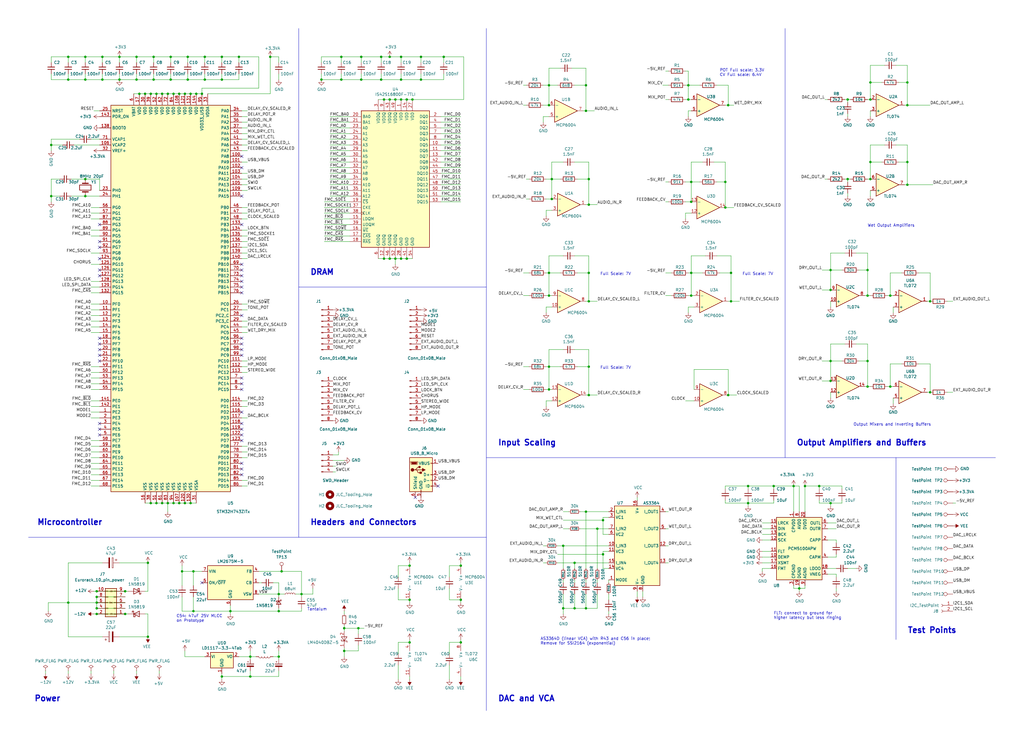
<source format=kicad_sch>
(kicad_sch (version 20230121) (generator eeschema)
  (paper "User" 457.2 330.2)
  (title_block (title "Retrospector v3") (rev "3") (company "Mountjoy Modular"))
  (junction (at 370.84 170.18))
  (junction (at 64.77 41.91))
  (junction (at 182.88 267.97))
  (junction (at 262.89 176.53))
  (junction (at 176.53 44.45))
  (junction (at 387.35 132.08))
  (junction (at 251.46 271.78))
  (junction (at 76.2 35.56))
  (junction (at 181.61 115.57))
  (junction (at 370.84 224.79))
  (junction (at 378.46 80.01))
  (junction (at 69.85 41.91))
  (junction (at 22.86 64.77))
  (junction (at 86.36 273.05))
  (junction (at 99.06 302.26))
  (junction (at 38.1 80.01))
  (junction (at 387.35 161.29))
  (junction (at 269.24 247.65))
  (junction (at 171.45 44.45))
  (junction (at 345.44 217.17))
  (junction (at 55.88 274.32))
  (junction (at 38.1 87.63))
  (junction (at 356.87 262.89))
  (junction (at 90.17 41.91))
  (junction (at 53.34 35.56))
  (junction (at -45.72 93.98))
  (junction (at 38.1 35.56))
  (junction (at 245.11 46.99))
  (junction (at 43.18 266.7))
  (junction (at 43.18 264.16))
  (junction (at 30.48 35.56))
  (junction (at 99.06 35.56))
  (junction (at 69.85 224.79))
  (junction (at 261.62 271.78))
  (junction (at 124.46 265.43))
  (junction (at 388.62 44.45))
  (junction (at 261.62 38.1))
  (junction (at 68.58 35.56))
  (junction (at 308.61 121.92))
  (junction (at 99.06 25.4))
  (junction (at 261.62 49.53))
  (junction (at 161.29 25.4))
  (junction (at 152.4 35.56))
  (junction (at 261.62 228.6))
  (junction (at 161.29 35.56))
  (junction (at 43.18 271.78))
  (junction (at 323.85 92.71))
  (junction (at 246.38 80.01))
  (junction (at 67.31 41.91))
  (junction (at 415.29 134.62))
  (junction (at 187.96 25.4))
  (junction (at 308.61 132.08))
  (junction (at 187.96 35.56))
  (junction (at 388.62 80.01))
  (junction (at 45.72 35.56))
  (junction (at 82.55 41.91))
  (junction (at 91.44 25.4))
  (junction (at 171.45 115.57))
  (junction (at 30.48 25.4))
  (junction (at 388.62 36.83))
  (junction (at 256.54 251.46))
  (junction (at 354.33 217.17))
  (junction (at 153.67 280.67))
  (junction (at 152.4 25.4))
  (junction (at 106.68 25.4))
  (junction (at 179.07 35.56))
  (junction (at 67.31 224.79))
  (junction (at 245.11 173.99))
  (junction (at 326.39 134.62))
  (junction (at 179.07 44.45))
  (junction (at 251.46 243.84))
  (junction (at 370.84 161.29))
  (junction (at 387.35 120.65))
  (junction (at 387.35 172.72))
  (junction (at 173.99 44.45))
  (junction (at 378.46 44.45))
  (junction (at 170.18 25.4))
  (junction (at 66.04 251.46))
  (junction (at 85.09 224.79))
  (junction (at 45.72 25.4))
  (junction (at 184.15 44.45))
  (junction (at 62.23 41.91))
  (junction (at 74.93 224.79))
  (junction (at 102.87 273.05))
  (junction (at 173.99 115.57))
  (junction (at 77.47 224.79))
  (junction (at 53.34 25.4))
  (junction (at 245.11 132.08))
  (junction (at 397.51 172.72))
  (junction (at 60.96 25.4))
  (junction (at 334.01 224.79))
  (junction (at 205.74 287.02))
  (junction (at 388.62 72.39))
  (junction (at 256.54 271.78))
  (junction (at 269.24 232.41))
  (junction (at 143.51 35.56))
  (junction (at 43.18 274.32))
  (junction (at 120.65 25.4))
  (junction (at 83.82 35.56))
  (junction (at 334.01 217.17))
  (junction (at 81.28 255.27))
  (junction (at 397.51 132.08))
  (junction (at 87.63 41.91))
  (junction (at 134.62 265.43))
  (junction (at 262.89 163.83))
  (junction (at 72.39 224.79))
  (junction (at 76.2 25.4))
  (junction (at 72.39 41.91))
  (junction (at 125.73 255.27))
  (junction (at 83.82 25.4))
  (junction (at 262.89 134.62))
  (junction (at 43.18 269.24))
  (junction (at 111.76 302.26))
  (junction (at 262.89 91.44))
  (junction (at 198.12 25.4))
  (junction (at 326.39 121.92))
  (junction (at 325.12 176.53))
  (junction (at 153.67 290.83))
  (junction (at 82.55 224.79))
  (junction (at 160.02 280.67))
  (junction (at 370.84 129.54))
  (junction (at 308.61 81.28))
  (junction (at 68.58 25.4))
  (junction (at 111.76 293.37))
  (junction (at 80.01 224.79))
  (junction (at 405.13 36.83))
  (junction (at 30.48 269.24))
  (junction (at 86.36 255.27))
  (junction (at 405.13 72.39))
  (junction (at 325.12 46.99))
  (junction (at 60.96 35.56))
  (junction (at 91.44 35.56))
  (junction (at 245.11 38.1))
  (junction (at 359.41 217.17))
  (junction (at 85.09 41.91))
  (junction (at 205.74 267.97))
  (junction (at 179.07 25.4))
  (junction (at 307.34 44.45))
  (junction (at 205.74 252.73))
  (junction (at 307.34 38.1))
  (junction (at 182.88 287.02))
  (junction (at 405.13 46.99))
  (junction (at 77.47 41.91))
  (junction (at 405.13 82.55))
  (junction (at 173.99 25.4))
  (junction (at 370.84 120.65))
  (junction (at 262.89 80.01))
  (junction (at 38.1 25.4))
  (junction (at 266.7 236.22))
  (junction (at 308.61 90.17))
  (junction (at 179.07 115.57))
  (junction (at 246.38 88.9))
  (junction (at 181.61 44.45))
  (junction (at 170.18 35.56))
  (junction (at 55.88 264.16))
  (junction (at 176.53 115.57))
  (junction (at 74.93 41.91))
  (junction (at 182.88 252.73))
  (junction (at 245.11 163.83))
  (junction (at 22.86 87.63))
  (junction (at 66.04 284.48))
  (junction (at 365.76 217.17))
  (junction (at 245.11 121.92))
  (junction (at 323.85 81.28))
  (junction (at -45.72 129.54))
  (junction (at 415.29 175.26))
  (junction (at 124.46 273.05))
  (junction (at 262.89 121.92))
  (junction (at 80.01 41.91))
  (junction (at 124.46 293.37))
  (no_connect (at 107.95 123.19))
  (no_connect (at 107.95 118.11))
  (no_connect (at 107.95 87.63))
  (no_connect (at 107.95 125.73))
  (no_connect (at 107.95 128.27))
  (no_connect (at 107.95 156.21))
  (no_connect (at 44.45 161.29))
  (no_connect (at 107.95 120.65))
  (no_connect (at 90.17 260.35))
  (no_connect (at 44.45 115.57))
  (no_connect (at 44.45 156.21))
  (no_connect (at 107.95 184.15))
  (no_connect (at 107.95 212.09))
  (no_connect (at 44.45 153.67))
  (no_connect (at 107.95 168.91))
  (no_connect (at 107.95 207.01))
  (no_connect (at 44.45 191.77))
  (no_connect (at 107.95 69.85))
  (no_connect (at 107.95 196.85))
  (no_connect (at 44.45 120.65))
  (no_connect (at 107.95 153.67))
  (no_connect (at 44.45 151.13))
  (no_connect (at 107.95 140.97))
  (no_connect (at 107.95 209.55))
  (no_connect (at 107.95 151.13))
  (no_connect (at 107.95 158.75))
  (no_connect (at 107.95 189.23))
  (no_connect (at 107.95 191.77))
  (no_connect (at 44.45 110.49))
  (no_connect (at 44.45 189.23))
  (no_connect (at 185.42 222.25))
  (no_connect (at 195.58 217.17))
  (no_connect (at 107.95 194.31))
  (no_connect (at 44.45 194.31))
  (no_connect (at 107.95 171.45))
  (no_connect (at 107.95 100.33))
  (no_connect (at 44.45 123.19))
  (no_connect (at 107.95 173.99))
  (no_connect (at 44.45 158.75))
  (no_connect (at 107.95 74.93))
  (no_connect (at 44.45 107.95))
  (no_connect (at 44.45 100.33))
  (no_connect (at 107.95 130.81))
  (wire (pts (xy 38.1 33.02) (xy 38.1 35.56)))
  (wire (pts (xy 22.86 64.77) (xy 22.86 62.23)))
  (wire (pts (xy 200.66 292.1) (xy 200.66 287.02)))
  (wire (pts (xy 205.74 77.47) (xy 196.85 77.47)))
  (wire (pts (xy 148.59 205.74) (xy 153.67 205.74)))
  (wire (pts (xy 377.19 80.01) (xy 378.46 80.01)))
  (wire (pts (xy 397.51 172.72) (xy 398.78 172.72)))
  (wire (pts (xy 149.86 210.82) (xy 148.59 210.82)))
  (wire (pts (xy 369.57 256.54) (xy 373.38 256.54)))
  (wire (pts (xy 30.48 35.56) (xy 30.48 33.02)))
  (wire (pts (xy 269.24 232.41) (xy 251.46 232.41)))
  (wire (pts (xy 60.96 35.56) (xy 60.96 33.02)))
  (wire (pts (xy 147.32 57.15) (xy 156.21 57.15)))
  (wire (pts (xy -43.18 162.56) (xy -38.1 162.56)))
  (polyline (pts (xy 350.52 12.7) (xy 350.52 204.47)))
  (wire (pts (xy 387.35 120.65) (xy 383.54 120.65)))
  (wire (pts (xy 30.48 269.24) (xy 43.18 269.24)))
  (wire (pts (xy 171.45 115.57) (xy 173.99 115.57)))
  (wire (pts (xy 205.74 82.55) (xy 196.85 82.55)))
  (wire (pts (xy 326.39 121.92) (xy 326.39 134.62)))
  (wire (pts (xy 261.62 176.53) (xy 262.89 176.53)))
  (wire (pts (xy 179.07 25.4) (xy 187.96 25.4)))
  (wire (pts (xy 325.12 176.53) (xy 325.12 165.1)))
  (wire (pts (xy 370.84 134.62) (xy 370.84 137.16)))
  (wire (pts (xy 200.66 252.73) (xy 205.74 252.73)))
  (wire (pts (xy 378.46 44.45) (xy 379.73 44.45)))
  (wire (pts (xy 102.87 270.51) (xy 102.87 273.05)))
  (wire (pts (xy 139.7 262.89) (xy 139.7 265.43)))
  (wire (pts (xy 307.34 31.75) (xy 307.34 38.1)))
  (wire (pts (xy 251.46 254) (xy 251.46 243.84)))
  (wire (pts (xy 44.45 168.91) (xy 40.64 168.91)))
  (wire (pts (xy 251.46 265.43) (xy 251.46 271.78)))
  (wire (pts (xy 200.66 267.97) (xy 205.74 267.97)))
  (wire (pts (xy 256.54 265.43) (xy 256.54 271.78)))
  (wire (pts (xy 378.46 50.8) (xy 378.46 52.07)))
  (wire (pts (xy 64.77 41.91) (xy 67.31 41.91)))
  (wire (pts (xy 298.45 38.1) (xy 295.91 38.1)))
  (wire (pts (xy 86.36 255.27) (xy 86.36 261.62)))
  (wire (pts (xy 233.68 132.08) (xy 236.22 132.08)))
  (wire (pts (xy 170.18 35.56) (xy 179.07 35.56)))
  (wire (pts (xy 306.07 179.07) (xy 309.88 179.07)))
  (wire (pts (xy 345.44 217.17) (xy 354.33 217.17)))
  (wire (pts (xy 323.85 223.52) (xy 323.85 224.79)))
  (wire (pts (xy 200.66 262.89) (xy 200.66 267.97)))
  (wire (pts (xy 66.04 264.16) (xy 66.04 251.46)))
  (wire (pts (xy 382.27 153.67) (xy 387.35 153.67)))
  (wire (pts (xy 367.03 120.65) (xy 370.84 120.65)))
  (wire (pts (xy 67.31 224.79) (xy 69.85 224.79)))
  (wire (pts (xy 368.3 44.45) (xy 369.57 44.45)))
  (wire (pts (xy 242.57 46.99) (xy 245.11 46.99)))
  (wire (pts (xy 396.24 172.72) (xy 397.51 172.72)))
  (wire (pts (xy 161.29 35.56) (xy 170.18 35.56)))
  (wire (pts (xy 110.49 52.07) (xy 107.95 52.07)))
  (wire (pts (xy 405.13 64.77) (xy 405.13 72.39)))
  (wire (pts (xy 62.23 41.91) (xy 64.77 41.91)))
  (wire (pts (xy 161.29 33.02) (xy 161.29 35.56)))
  (wire (pts (xy 67.31 41.91) (xy 69.85 41.91)))
  (wire (pts (xy 248.92 251.46) (xy 256.54 251.46)))
  (wire (pts (xy 327.66 92.71) (xy 323.85 92.71)))
  (wire (pts (xy 99.06 35.56) (xy 106.68 35.56)))
  (wire (pts (xy 334.01 217.17) (xy 345.44 217.17)))
  (wire (pts (xy 148.59 208.28) (xy 149.86 208.28)))
  (wire (pts (xy 243.84 137.16) (xy 243.84 139.7)))
  (wire (pts (xy 83.82 35.56) (xy 83.82 33.02)))
  (wire (pts (xy 170.18 33.02) (xy 170.18 35.56)))
  (wire (pts (xy 205.74 67.31) (xy 196.85 67.31)))
  (wire (pts (xy 345.44 218.44) (xy 345.44 217.17)))
  (wire (pts (xy 115.57 260.35) (xy 116.84 260.35)))
  (wire (pts (xy 99.06 302.26) (xy 111.76 302.26)))
  (wire (pts (xy 30.48 284.48) (xy 30.48 269.24)))
  (wire (pts (xy 179.07 25.4) (xy 173.99 25.4)))
  (wire (pts (xy 415.29 121.92) (xy 415.29 134.62)))
  (wire (pts (xy 262.89 80.01) (xy 262.89 91.44)))
  (wire (pts (xy 321.31 121.92) (xy 326.39 121.92)))
  (wire (pts (xy 387.35 172.72) (xy 387.35 161.29)))
  (wire (pts (xy 262.89 121.92) (xy 262.89 134.62)))
  (wire (pts (xy 271.78 265.43) (xy 271.78 267.97)))
  (wire (pts (xy 53.34 25.4) (xy 60.96 25.4)))
  (wire (pts (xy 242.57 38.1) (xy 245.11 38.1)))
  (wire (pts (xy 86.36 255.27) (xy 90.17 255.27)))
  (wire (pts (xy 410.21 121.92) (xy 415.29 121.92)))
  (wire (pts (xy 110.49 105.41) (xy 107.95 105.41)))
  (wire (pts (xy 40.64 118.11) (xy 44.45 118.11)))
  (wire (pts (xy 30.48 35.56) (xy 38.1 35.56)))
  (wire (pts (xy 38.1 35.56) (xy 45.72 35.56)))
  (wire (pts (xy 251.46 259.08) (xy 251.46 260.35)))
  (wire (pts (xy 307.34 49.53) (xy 308.61 49.53)))
  (wire (pts (xy 90.17 41.91) (xy 90.17 39.37)))
  (wire (pts (xy -45.72 93.98) (xy -43.18 93.98)))
  (wire (pts (xy 156.21 62.23) (xy 147.32 62.23)))
  (wire (pts (xy 284.48 264.16) (xy 284.48 266.7)))
  (wire (pts (xy 153.67 280.67) (xy 153.67 281.94)))
  (wire (pts (xy 284.48 222.25) (xy 284.48 223.52)))
  (wire (pts (xy 205.74 74.93) (xy 196.85 74.93)))
  (wire (pts (xy 43.18 274.32) (xy 55.88 274.32)))
  (wire (pts (xy 261.62 228.6) (xy 271.78 228.6)))
  (wire (pts (xy 64.77 224.79) (xy 67.31 224.79)))
  (wire (pts (xy 124.46 273.05) (xy 134.62 273.05)))
  (wire (pts (xy 368.3 80.01) (xy 369.57 80.01)))
  (wire (pts (xy 340.36 251.46) (xy 344.17 251.46)))
  (wire (pts (xy 369.57 248.92) (xy 373.38 248.92)))
  (wire (pts (xy 144.78 102.87) (xy 156.21 102.87)))
  (wire (pts (xy 243.84 80.01) (xy 246.38 80.01)))
  (wire (pts (xy 77.47 41.91) (xy 80.01 41.91)))
  (wire (pts (xy 44.45 181.61) (xy 40.64 181.61)))
  (wire (pts (xy 125.73 255.27) (xy 115.57 255.27)))
  (wire (pts (xy 110.49 107.95) (xy 107.95 107.95)))
  (wire (pts (xy 260.35 49.53) (xy 261.62 49.53)))
  (wire (pts (xy 387.35 132.08) (xy 388.62 132.08)))
  (wire (pts (xy 64.77 264.16) (xy 66.04 264.16)))
  (wire (pts (xy 106.68 293.37) (xy 111.76 293.37)))
  (wire (pts (xy 373.38 262.89) (xy 373.38 264.16)))
  (wire (pts (xy 205.74 267.97) (xy 205.74 269.24)))
  (polyline (pts (xy 217.17 128.27) (xy 133.35 128.27)))
  (wire (pts (xy 144.78 92.71) (xy 156.21 92.71)))
  (wire (pts (xy 354.33 217.17) (xy 354.33 228.6)))
  (wire (pts (xy 80.01 41.91) (xy 82.55 41.91)))
  (wire (pts (xy 245.11 173.99) (xy 246.38 173.99)))
  (wire (pts (xy 110.49 64.77) (xy 107.95 64.77)))
  (wire (pts (xy 367.03 129.54) (xy 370.84 129.54)))
  (wire (pts (xy 345.44 223.52) (xy 345.44 224.79)))
  (wire (pts (xy 22.86 87.63) (xy 22.86 90.17)))
  (wire (pts (xy 153.67 279.4) (xy 153.67 280.67)))
  (wire (pts (xy 207.01 25.4) (xy 207.01 44.45)))
  (wire (pts (xy 41.91 274.32) (xy 43.18 274.32)))
  (wire (pts (xy 182.88 285.75) (xy 182.88 287.02)))
  (wire (pts (xy 307.34 44.45) (xy 307.34 38.1)))
  (wire (pts (xy 205.74 251.46) (xy 205.74 252.73)))
  (wire (pts (xy 387.35 80.01) (xy 388.62 80.01)))
  (wire (pts (xy 369.57 254) (xy 373.38 254)))
  (wire (pts (xy 60.96 299.72) (xy 60.96 300.99)))
  (wire (pts (xy 181.61 44.45) (xy 179.07 44.45)))
  (wire (pts (xy 405.13 36.83) (xy 401.32 36.83)))
  (wire (pts (xy 370.84 161.29) (xy 370.84 170.18)))
  (wire (pts (xy 132.08 265.43) (xy 134.62 265.43)))
  (wire (pts (xy 40.64 217.17) (xy 44.45 217.17)))
  (wire (pts (xy 173.99 115.57) (xy 176.53 115.57)))
  (wire (pts (xy 245.11 156.21) (xy 245.11 163.83)))
  (wire (pts (xy 134.62 273.05) (xy 134.62 271.78)))
  (wire (pts (xy -43.18 151.13) (xy -38.1 151.13)))
  (wire (pts (xy 69.85 224.79) (xy 72.39 224.79)))
  (wire (pts (xy 30.48 27.94) (xy 30.48 25.4)))
  (wire (pts (xy 102.87 273.05) (xy 124.46 273.05)))
  (wire (pts (xy 377.19 153.67) (xy 370.84 153.67)))
  (wire (pts (xy 200.66 257.81) (xy 200.66 252.73)))
  (wire (pts (xy 256.54 259.08) (xy 256.54 260.35)))
  (wire (pts (xy 405.13 72.39) (xy 405.13 82.55)))
  (wire (pts (xy 297.18 251.46) (xy 298.45 251.46)))
  (wire (pts (xy 251.46 114.3) (xy 245.11 114.3)))
  (wire (pts (xy 80.01 224.79) (xy 82.55 224.79)))
  (wire (pts (xy 369.57 233.68) (xy 373.38 233.68)))
  (wire (pts (xy 107.95 85.09) (xy 110.49 85.09)))
  (wire (pts (xy 45.72 33.02) (xy 45.72 35.56)))
  (wire (pts (xy 83.82 27.94) (xy 83.82 25.4)))
  (wire (pts (xy 44.45 173.99) (xy 40.64 173.99)))
  (wire (pts (xy 325.12 134.62) (xy 326.39 134.62)))
  (wire (pts (xy 107.95 166.37) (xy 110.49 166.37)))
  (wire (pts (xy 40.64 207.01) (xy 44.45 207.01)))
  (wire (pts (xy 107.95 102.87) (xy 110.49 102.87)))
  (wire (pts (xy 156.21 85.09) (xy 147.32 85.09)))
  (wire (pts (xy 414.02 175.26) (xy 415.29 175.26)))
  (wire (pts (xy 265.43 49.53) (xy 261.62 49.53)))
  (wire (pts (xy 76.2 35.56) (xy 83.82 35.56)))
  (wire (pts (xy 373.38 241.3) (xy 373.38 242.57)))
  (wire (pts (xy 405.13 82.55) (xy 416.56 82.55)))
  (wire (pts (xy 250.19 163.83) (xy 245.11 163.83)))
  (wire (pts (xy 87.63 41.91) (xy 90.17 41.91)))
  (wire (pts (xy 110.49 95.25) (xy 107.95 95.25)))
  (wire (pts (xy 187.96 25.4) (xy 198.12 25.4)))
  (wire (pts (xy 81.28 255.27) (xy 86.36 255.27)))
  (wire (pts (xy 365.76 217.17) (xy 375.92 217.17)))
  (wire (pts (xy 307.34 132.08) (xy 308.61 132.08)))
  (wire (pts (xy 81.28 266.7) (xy 81.28 273.05)))
  (wire (pts (xy 387.35 153.67) (xy 387.35 161.29)))
  (wire (pts (xy 397.51 172.72) (xy 397.51 162.56)))
  (wire (pts (xy 64.77 274.32) (xy 66.04 274.32)))
  (wire (pts (xy 256.54 114.3) (xy 262.89 114.3)))
  (wire (pts (xy 369.57 236.22) (xy 373.38 236.22)))
  (wire (pts (xy 261.62 265.43) (xy 261.62 271.78)))
  (wire (pts (xy 340.36 248.92) (xy 344.17 248.92)))
  (wire (pts (xy 308.61 121.92) (xy 308.61 132.08)))
  (wire (pts (xy 393.7 72.39) (xy 388.62 72.39)))
  (wire (pts (xy 251.46 271.78) (xy 256.54 271.78)))
  (wire (pts (xy 425.45 224.79) (xy 426.72 224.79)))
  (wire (pts (xy 69.85 41.91) (xy 72.39 41.91)))
  (wire (pts (xy 187.96 27.94) (xy 187.96 25.4)))
  (wire (pts (xy 107.95 161.29) (xy 110.49 161.29)))
  (wire (pts (xy 356.87 217.17) (xy 356.87 228.6)))
  (wire (pts (xy 30.48 25.4) (xy 38.1 25.4)))
  (wire (pts (xy 200.66 287.02) (xy 205.74 287.02)))
  (wire (pts (xy 68.58 33.02) (xy 68.58 35.56)))
  (wire (pts (xy 261.62 30.48) (xy 261.62 38.1)))
  (wire (pts (xy 269.24 246.38) (xy 271.78 246.38)))
  (polyline (pts (xy 400.05 285.75) (xy 400.05 204.47)))
  (wire (pts (xy 262.89 114.3) (xy 262.89 121.92)))
  (wire (pts (xy 156.21 82.55) (xy 147.32 82.55)))
  (wire (pts (xy 251.46 156.21) (xy 245.11 156.21)))
  (wire (pts (xy 309.88 165.1) (xy 309.88 173.99)))
  (wire (pts (xy 111.76 290.83) (xy 111.76 293.37)))
  (wire (pts (xy 106.68 25.4) (xy 99.06 25.4)))
  (wire (pts (xy 234.95 88.9) (xy 236.22 88.9)))
  (wire (pts (xy 248.92 243.84) (xy 251.46 243.84)))
  (wire (pts (xy 182.88 267.97) (xy 182.88 269.24)))
  (wire (pts (xy 110.49 181.61) (xy 107.95 181.61)))
  (wire (pts (xy 99.06 300.99) (xy 99.06 302.26)))
  (wire (pts (xy 181.61 115.57) (xy 184.15 115.57)))
  (wire (pts (xy 44.45 146.05) (xy 40.64 146.05)))
  (wire (pts (xy 21.59 269.24) (xy 30.48 269.24)))
  (wire (pts (xy 156.21 107.95) (xy 144.78 107.95)))
  (wire (pts (xy 110.49 49.53) (xy 107.95 49.53)))
  (wire (pts (xy 334.01 223.52) (xy 334.01 224.79)))
  (wire (pts (xy 356.87 262.89) (xy 356.87 264.16)))
  (wire (pts (xy 107.95 143.51) (xy 110.49 143.51)))
  (wire (pts (xy 66.04 284.48) (xy 53.34 284.48)))
  (wire (pts (xy 44.45 184.15) (xy 40.64 184.15)))
  (wire (pts (xy 308.61 81.28) (xy 308.61 90.17)))
  (wire (pts (xy 394.97 29.21) (xy 388.62 29.21)))
  (wire (pts (xy 306.07 95.25) (xy 306.07 97.79)))
  (wire (pts (xy 82.55 41.91) (xy 85.09 41.91)))
  (wire (pts (xy 161.29 25.4) (xy 170.18 25.4)))
  (wire (pts (xy 71.12 300.99) (xy 71.12 299.72)))
  (wire (pts (xy 261.62 38.1) (xy 261.62 49.53)))
  (wire (pts (xy 110.49 59.69) (xy 107.95 59.69)))
  (wire (pts (xy 306.07 31.75) (xy 307.34 31.75)))
  (wire (pts (xy 44.45 143.51) (xy 40.64 143.51)))
  (wire (pts (xy 233.68 163.83) (xy 236.22 163.83)))
  (wire (pts (xy 182.88 251.46) (xy 182.88 252.73)))
  (wire (pts (xy 81.28 252.73) (xy 81.28 255.27)))
  (wire (pts (xy 115.57 25.4) (xy 106.68 25.4)))
  (wire (pts (xy -43.18 165.1) (xy -38.1 165.1)))
  (wire (pts (xy 168.91 115.57) (xy 171.45 115.57)))
  (wire (pts (xy 269.24 231.14) (xy 269.24 232.41)))
  (wire (pts (xy 403.86 46.99) (xy 405.13 46.99)))
  (wire (pts (xy 40.64 214.63) (xy 44.45 214.63)))
  (wire (pts (xy 245.11 38.1) (xy 245.11 46.99)))
  (wire (pts (xy -43.18 170.18) (xy -38.1 170.18)))
  (wire (pts (xy 110.49 204.47) (xy 107.95 204.47)))
  (wire (pts (xy 110.49 148.59) (xy 107.95 148.59)))
  (wire (pts (xy 22.86 27.94) (xy 22.86 25.4)))
  (wire (pts (xy 91.44 33.02) (xy 91.44 35.56)))
  (wire (pts (xy 359.41 261.62) (xy 359.41 262.89)))
  (wire (pts (xy 124.46 299.72) (xy 124.46 302.26)))
  (wire (pts (xy 397.51 121.92) (xy 402.59 121.92)))
  (wire (pts (xy 323.85 81.28) (xy 323.85 92.71)))
  (wire (pts (xy 356.87 217.17) (xy 354.33 217.17)))
  (wire (pts (xy 179.07 33.02) (xy 179.07 35.56)))
  (wire (pts (xy 38.1 87.63) (xy 44.45 87.63)))
  (wire (pts (xy 382.27 113.03) (xy 387.35 113.03)))
  (wire (pts (xy 40.64 201.93) (xy 44.45 201.93)))
  (wire (pts (xy 187.96 35.56) (xy 198.12 35.56)))
  (wire (pts (xy 257.81 121.92) (xy 262.89 121.92)))
  (wire (pts (xy 405.13 46.99) (xy 415.29 46.99)))
  (wire (pts (xy 76.2 25.4) (xy 76.2 27.94)))
  (wire (pts (xy 370.84 224.79) (xy 375.92 224.79)))
  (wire (pts (xy 365.76 218.44) (xy 365.76 217.17)))
  (wire (pts (xy 153.67 290.83) (xy 160.02 290.83)))
  (wire (pts (xy 60.96 25.4) (xy 68.58 25.4)))
  (wire (pts (xy 246.38 179.07) (xy 243.84 179.07)))
  (wire (pts (xy 397.51 132.08) (xy 397.51 121.92)))
  (wire (pts (xy 153.67 273.05) (xy 153.67 274.32)))
  (wire (pts (xy 373.38 256.54) (xy 373.38 257.81)))
  (wire (pts (xy 334.01 224.79) (xy 334.01 226.06)))
  (wire (pts (xy 323.85 72.39) (xy 323.85 81.28)))
  (wire (pts (xy 91.44 35.56) (xy 99.06 35.56)))
  (wire (pts (xy 313.69 121.92) (xy 308.61 121.92)))
  (wire (pts (xy 243.84 179.07) (xy 243.84 181.61)))
  (wire (pts (xy 99.06 302.26) (xy 99.06 303.53)))
  (wire (pts (xy 205.74 285.75) (xy 205.74 287.02)))
  (wire (pts (xy 243.84 88.9) (xy 246.38 88.9)))
  (wire (pts (xy 173.99 44.45) (xy 171.45 44.45)))
  (wire (pts (xy 38.1 27.94) (xy 38.1 25.4)))
  (wire (pts (xy 152.4 35.56) (xy 152.4 33.02)))
  (wire (pts (xy 243.84 93.98) (xy 243.84 96.52)))
  (wire (pts (xy 177.8 262.89) (xy 177.8 267.97)))
  (wire (pts (xy 271.78 259.08) (xy 271.78 260.35)))
  (wire (pts (xy 325.12 46.99) (xy 327.66 46.99)))
  (wire (pts (xy 156.21 64.77) (xy 147.32 64.77)))
  (wire (pts (xy 44.45 95.25) (xy 40.64 95.25)))
  (wire (pts (xy 124.46 302.26) (xy 111.76 302.26)))
  (wire (pts (xy 307.34 52.07) (xy 307.34 49.53)))
  (wire (pts (xy 243.84 132.08) (xy 245.11 132.08)))
  (wire (pts (xy 323.85 217.17) (xy 334.01 217.17)))
  (wire (pts (xy 176.53 118.11) (xy 176.53 115.57)))
  (wire (pts (xy 74.93 224.79) (xy 77.47 224.79)))
  (wire (pts (xy 20.32 299.72) (xy 20.32 300.99)))
  (wire (pts (xy 370.84 153.67) (xy 370.84 161.29)))
  (wire (pts (xy 55.88 264.16) (xy 57.15 264.16)))
  (wire (pts (xy 340.36 238.76) (xy 344.17 238.76)))
  (wire (pts (xy 38.1 25.4) (xy 45.72 25.4)))
  (wire (pts (xy 45.72 284.48) (xy 30.48 284.48)))
  (wire (pts (xy 242.57 251.46) (xy 243.84 251.46)))
  (wire (pts (xy 44.45 80.01) (xy 38.1 80.01)))
  (wire (pts (xy 53.34 35.56) (xy 60.96 35.56)))
  (wire (pts (xy 45.72 251.46) (xy 30.48 251.46)))
  (wire (pts (xy 266.7 265.43) (xy 266.7 271.78)))
  (wire (pts (xy 176.53 115.57) (xy 179.07 115.57)))
  (wire (pts (xy 82.55 293.37) (xy 91.44 293.37)))
  (wire (pts (xy 179.07 115.57) (xy 181.61 115.57)))
  (wire (pts (xy 134.62 255.27) (xy 125.73 255.27)))
  (wire (pts (xy 115.57 265.43) (xy 124.46 265.43)))
  (wire (pts (xy 396.24 132.08) (xy 397.51 132.08)))
  (wire (pts (xy 66.04 251.46) (xy 53.34 251.46)))
  (wire (pts (xy 110.49 135.89) (xy 107.95 135.89)))
  (wire (pts (xy 271.78 273.05) (xy 271.78 274.32)))
  (wire (pts (xy 91.44 27.94) (xy 91.44 25.4)))
  (wire (pts (xy 388.62 36.83) (xy 388.62 44.45)))
  (wire (pts (xy 378.46 80.01) (xy 379.73 80.01)))
  (wire (pts (xy 40.64 196.85) (xy 44.45 196.85)))
  (wire (pts (xy 397.51 162.56) (xy 402.59 162.56)))
  (wire (pts (xy 388.62 29.21) (xy 388.62 36.83)))
  (wire (pts (xy 233.68 46.99) (xy 234.95 46.99)))
  (wire (pts (xy 110.49 92.71) (xy 107.95 92.71)))
  (wire (pts (xy 156.21 87.63) (xy 147.32 87.63)))
  (wire (pts (xy 405.13 29.21) (xy 405.13 36.83)))
  (wire (pts (xy 30.48 299.72) (xy 30.48 300.99)))
  (wire (pts (xy 269.24 247.65) (xy 248.92 247.65)))
  (wire (pts (xy 386.08 172.72) (xy 387.35 172.72)))
  (wire (pts (xy 378.46 45.72) (xy 378.46 44.45)))
  (wire (pts (xy 354.33 262.89) (xy 356.87 262.89)))
  (wire (pts (xy 205.74 85.09) (xy 196.85 85.09)))
  (wire (pts (xy 55.88 274.32) (xy 57.15 274.32)))
  (wire (pts (xy 320.04 38.1) (xy 325.12 38.1)))
  (wire (pts (xy 359.41 217.17) (xy 359.41 228.6)))
  (wire (pts (xy 124.46 294.64) (xy 124.46 293.37)))
  (wire (pts (xy 297.18 81.28) (xy 298.45 81.28)))
  (wire (pts (xy 74.93 41.91) (xy 77.47 41.91)))
  (wire (pts (xy 40.64 199.39) (xy 44.45 199.39)))
  (wire (pts (xy 115.57 39.37) (xy 115.57 25.4)))
  (wire (pts (xy 156.21 72.39) (xy 147.32 72.39)))
  (wire (pts (xy 44.45 138.43) (xy 40.64 138.43)))
  (wire (pts (xy 68.58 35.56) (xy 76.2 35.56)))
  (wire (pts (xy 234.95 80.01) (xy 236.22 80.01)))
  (wire (pts (xy 261.62 259.08) (xy 261.62 260.35)))
  (wire (pts (xy 124.46 260.35) (xy 124.46 265.43)))
  (wire (pts (xy 256.54 72.39) (xy 262.89 72.39)))
  (wire (pts (xy 82.55 290.83) (xy 82.55 293.37)))
  (wire (pts (xy 110.49 146.05) (xy 107.95 146.05)))
  (wire (pts (xy -48.26 129.54) (xy -45.72 129.54)))
  (wire (pts (xy 177.8 287.02) (xy 182.88 287.02)))
  (wire (pts (xy 110.49 62.23) (xy 107.95 62.23)))
  (wire (pts (xy 82.55 224.79) (xy 85.09 224.79)))
  (wire (pts (xy 134.62 265.43) (xy 139.7 265.43)))
  (wire (pts (xy 205.74 54.61) (xy 196.85 54.61)))
  (wire (pts (xy 233.68 38.1) (xy 234.95 38.1)))
  (wire (pts (xy 323.85 218.44) (xy 323.85 217.17)))
  (wire (pts (xy 205.74 302.26) (xy 205.74 303.53)))
  (wire (pts (xy 106.68 33.02) (xy 106.68 35.56)))
  (wire (pts (xy 297.18 31.75) (xy 298.45 31.75)))
  (wire (pts (xy 297.18 236.22) (xy 298.45 236.22)))
  (wire (pts (xy 102.87 274.32) (xy 102.87 273.05)))
  (wire (pts (xy 68.58 25.4) (xy 76.2 25.4)))
  (wire (pts (xy 81.28 273.05) (xy 86.36 273.05)))
  (wire (pts (xy 314.96 114.3) (xy 308.61 114.3)))
  (wire (pts (xy 43.18 266.7) (xy 43.18 269.24)))
  (wire (pts (xy 156.21 97.79) (xy 144.78 97.79)))
  (wire (pts (xy 245.11 52.07) (xy 242.57 52.07)))
  (wire (pts (xy 40.64 135.89) (xy 44.45 135.89)))
  (wire (pts (xy 246.38 93.98) (xy 243.84 93.98)))
  (wire (pts (xy 422.91 175.26) (xy 425.45 175.26)))
  (wire (pts (xy 177.8 252.73) (xy 182.88 252.73)))
  (wire (pts (xy 325.12 38.1) (xy 325.12 46.99)))
  (wire (pts (xy 72.39 224.79) (xy 74.93 224.79)))
  (wire (pts (xy 59.69 41.91) (xy 62.23 41.91)))
  (wire (pts (xy 205.74 57.15) (xy 196.85 57.15)))
  (wire (pts (xy 44.45 179.07) (xy 40.64 179.07)))
  (wire (pts (xy 86.36 266.7) (xy 86.36 273.05)))
  (wire (pts (xy 107.95 163.83) (xy 110.49 163.83)))
  (wire (pts (xy 55.88 266.7) (xy 43.18 266.7)))
  (wire (pts (xy 320.04 114.3) (xy 326.39 114.3)))
  (wire (pts (xy 388.62 49.53) (xy 388.62 52.07)))
  (wire (pts (xy 308.61 72.39) (xy 308.61 81.28)))
  (wire (pts (xy 107.95 110.49) (xy 110.49 110.49)))
  (wire (pts (xy 111.76 299.72) (xy 111.76 302.26)))
  (wire (pts (xy 83.82 35.56) (xy 91.44 35.56)))
  (wire (pts (xy 182.88 302.26) (xy 182.88 303.53)))
  (wire (pts (xy 43.18 264.16) (xy 55.88 264.16)))
  (wire (pts (xy 27.94 64.77) (xy 22.86 64.77)))
  (wire (pts (xy 110.49 80.01) (xy 107.95 80.01)))
  (wire (pts (xy 22.86 25.4) (xy 30.48 25.4)))
  (wire (pts (xy 176.53 44.45) (xy 173.99 44.45)))
  (wire (pts (xy 370.84 113.03) (xy 370.84 120.65)))
  (wire (pts (xy 250.19 80.01) (xy 246.38 80.01)))
  (wire (pts (xy 31.75 80.01) (xy 38.1 80.01)))
  (wire (pts (xy 40.64 209.55) (xy 44.45 209.55)))
  (wire (pts (xy 107.95 138.43) (xy 110.49 138.43)))
  (wire (pts (xy 162.56 280.67) (xy 160.02 280.67)))
  (wire (pts (xy 266.7 254) (xy 266.7 236.22)))
  (wire (pts (xy 44.45 62.23) (xy 40.64 62.23)))
  (wire (pts (xy 147.32 54.61) (xy 156.21 54.61)))
  (wire (pts (xy 55.88 269.24) (xy 43.18 269.24)))
  (wire (pts (xy 44.45 163.83) (xy 40.64 163.83)))
  (wire (pts (xy 330.2 134.62) (xy 326.39 134.62)))
  (wire (pts (xy 375.92 223.52) (xy 375.92 224.79)))
  (wire (pts (xy 205.74 69.85) (xy 196.85 69.85)))
  (wire (pts (xy 246.38 137.16) (xy 243.84 137.16)))
  (wire (pts (xy 243.84 163.83) (xy 245.11 163.83)))
  (wire (pts (xy 243.84 173.99) (xy 245.11 173.99)))
  (wire (pts (xy 340.36 254) (xy 340.36 255.27)))
  (wire (pts (xy 81.28 255.27) (xy 81.28 261.62)))
  (wire (pts (xy 40.64 102.87) (xy 44.45 102.87)))
  (wire (pts (xy 156.21 100.33) (xy 144.78 100.33)))
  (wire (pts (xy 233.68 121.92) (xy 236.22 121.92)))
  (wire (pts (xy 26.67 80.01) (xy 22.86 80.01)))
  (wire (pts (xy 251.46 243.84) (xy 271.78 243.84)))
  (wire (pts (xy 354.33 261.62) (xy 354.33 262.89)))
  (wire (pts (xy 251.46 72.39) (xy 246.38 72.39)))
  (wire (pts (xy 44.45 140.97) (xy 40.64 140.97)))
  (wire (pts (xy 60.96 35.56) (xy 68.58 35.56)))
  (wire (pts (xy 40.64 125.73) (xy 44.45 125.73)))
  (wire (pts (xy 40.64 113.03) (xy 44.45 113.03)))
  (wire (pts (xy 153.67 290.83) (xy 153.67 293.37)))
  (wire (pts (xy 400.05 64.77) (xy 405.13 64.77)))
  (wire (pts (xy -43.18 167.64) (xy -38.1 167.64)))
  (wire (pts (xy -43.18 160.02) (xy -38.1 160.02)))
  (wire (pts (xy 187.96 35.56) (xy 187.96 33.02)))
  (wire (pts (xy 340.36 233.68) (xy 344.17 233.68)))
  (wire (pts (xy 410.21 162.56) (xy 415.29 162.56)))
  (wire (pts (xy 256.54 254) (xy 256.54 251.46)))
  (wire (pts (xy 306.07 38.1) (xy 307.34 38.1)))
  (wire (pts (xy 161.29 27.94) (xy 161.29 25.4)))
  (wire (pts (xy 259.08 236.22) (xy 266.7 236.22)))
  (wire (pts (xy 388.62 64.77) (xy 388.62 72.39)))
  (wire (pts (xy 143.51 35.56) (xy 143.51 33.02)))
  (wire (pts (xy 40.64 212.09) (xy 44.45 212.09)))
  (wire (pts (xy 205.74 87.63) (xy 196.85 87.63)))
  (wire (pts (xy 400.05 29.21) (xy 405.13 29.21)))
  (wire (pts (xy 262.89 163.83) (xy 262.89 176.53)))
  (wire (pts (xy 177.8 267.97) (xy 182.88 267.97)))
  (wire (pts (xy 179.07 27.94) (xy 179.07 25.4)))
  (wire (pts (xy 266.7 236.22) (xy 271.78 236.22)))
  (wire (pts (xy 251.46 274.32) (xy 251.46 271.78)))
  (wire (pts (xy 110.49 179.07) (xy 107.95 179.07)))
  (wire (pts (xy 44.45 97.79) (xy 40.64 97.79)))
  (wire (pts (xy 143.51 35.56) (xy 152.4 35.56)))
  (wire (pts (xy 266.7 176.53) (xy 262.89 176.53)))
  (wire (pts (xy 77.47 224.79) (xy 80.01 224.79)))
  (wire (pts (xy 107.95 115.57) (xy 110.49 115.57)))
  (wire (pts (xy 375.92 218.44) (xy 375.92 217.17)))
  (wire (pts (xy 262.89 156.21) (xy 262.89 163.83)))
  (wire (pts (xy 99.06 33.02) (xy 99.06 35.56)))
  (wire (pts (xy 156.21 80.01) (xy 147.32 80.01)))
  (wire (pts (xy 90.17 39.37) (xy 115.57 39.37)))
  (wire (pts (xy 378.46 81.28) (xy 378.46 80.01)))
  (wire (pts (xy -43.18 153.67) (xy -29.21 153.67)))
  (wire (pts (xy 85.09 224.79) (xy 87.63 224.79)))
  (wire (pts (xy 31.75 87.63) (xy 38.1 87.63)))
  (wire (pts (xy 41.91 264.16) (xy 43.18 264.16)))
  (wire (pts (xy 121.92 260.35) (xy 124.46 260.35)))
  (wire (pts (xy 107.95 67.31) (xy 110.49 67.31)))
  (wire (pts (xy 365.76 223.52) (xy 365.76 224.79)))
  (wire (pts (xy 92.71 41.91) (xy 120.65 41.91)))
  (wire (pts (xy 124.46 293.37) (xy 121.92 293.37)))
  (wire (pts (xy 393.7 36.83) (xy 388.62 36.83)))
  (wire (pts (xy 297.18 228.6) (xy 298.45 228.6)))
  (wire (pts (xy 262.89 72.39) (xy 262.89 80.01)))
  (wire (pts (xy 147.32 52.07) (xy 156.21 52.07)))
  (wire (pts (xy 200.66 297.18) (xy 200.66 303.53)))
  (wire (pts (xy 152.4 35.56) (xy 161.29 35.56)))
  (wire (pts (xy 387.35 113.03) (xy 387.35 120.65)))
  (wire (pts (xy 251.46 228.6) (xy 254 228.6)))
  (wire (pts (xy 250.19 30.48) (xy 245.11 30.48)))
  (wire (pts (xy 160.02 290.83) (xy 160.02 288.29)))
  (wire (pts (xy 340.36 241.3) (xy 344.17 241.3)))
  (wire (pts (xy 205.74 52.07) (xy 196.85 52.07)))
  (wire (pts (xy 110.49 214.63) (xy 107.95 214.63)))
  (wire (pts (xy 307.34 44.45) (xy 308.61 44.45)))
  (wire (pts (xy 107.95 113.03) (xy 110.49 113.03)))
  (wire (pts (xy 257.81 80.01) (xy 262.89 80.01)))
  (wire (pts (xy 110.49 199.39) (xy 107.95 199.39)))
  (wire (pts (xy 307.34 137.16) (xy 307.34 139.7)))
  (wire (pts (xy 269.24 247.65) (xy 269.24 254)))
  (wire (pts (xy 340.36 246.38) (xy 344.17 246.38)))
  (wire (pts (xy 156.21 69.85) (xy 147.32 69.85)))
  (wire (pts (xy 177.8 292.1) (xy 177.8 287.02)))
  (wire (pts (xy 156.21 77.47) (xy 147.32 77.47)))
  (wire (pts (xy 207.01 44.45) (xy 184.15 44.45)))
  (polyline (pts (xy 217.17 204.47) (xy 444.5 204.47)))
  (wire (pts (xy 245.11 132.08) (xy 246.38 132.08)))
  (polyline (pts (xy 12.7 240.03) (xy 217.17 240.03)))
  (wire (pts (xy 44.45 186.69) (xy 40.64 186.69)))
  (wire (pts (xy 205.74 59.69) (xy 196.85 59.69)))
  (wire (pts (xy 68.58 27.94) (xy 68.58 25.4)))
  (wire (pts (xy 405.13 72.39) (xy 401.32 72.39)))
  (wire (pts (xy 266.7 259.08) (xy 266.7 260.35)))
  (wire (pts (xy 30.48 251.46) (xy 30.48 269.24)))
  (wire (pts (xy 110.49 217.17) (xy 107.95 217.17)))
  (wire (pts (xy 242.57 243.84) (xy 243.84 243.84)))
  (wire (pts (xy 256.54 38.1) (xy 261.62 38.1)))
  (wire (pts (xy 308.61 114.3) (xy 308.61 121.92)))
  (wire (pts (xy 156.21 105.41) (xy 144.78 105.41)))
  (wire (pts (xy 205.74 80.01) (xy 196.85 80.01)))
  (wire (pts (xy 269.24 232.41) (xy 269.24 238.76)))
  (wire (pts (xy 261.62 254) (xy 261.62 228.6)))
  (wire (pts (xy 415.29 162.56) (xy 415.29 175.26)))
  (wire (pts (xy 144.78 90.17) (xy 156.21 90.17)))
  (wire (pts (xy -48.26 93.98) (xy -45.72 93.98)))
  (wire (pts (xy 110.49 201.93) (xy 107.95 201.93)))
  (wire (pts (xy 91.44 25.4) (xy 99.06 25.4)))
  (wire (pts (xy 76.2 33.02) (xy 76.2 35.56)))
  (wire (pts (xy 388.62 72.39) (xy 388.62 80.01)))
  (wire (pts (xy 271.78 254) (xy 269.24 254)))
  (wire (pts (xy 328.93 176.53) (xy 325.12 176.53)))
  (wire (pts (xy 370.84 120.65) (xy 370.84 129.54)))
  (wire (pts (xy 72.39 41.91) (xy 74.93 41.91)))
  (wire (pts (xy 257.81 163.83) (xy 262.89 163.83)))
  (wire (pts (xy 367.03 161.29) (xy 370.84 161.29)))
  (wire (pts (xy 156.21 59.69) (xy 147.32 59.69)))
  (wire (pts (xy 110.49 54.61) (xy 107.95 54.61)))
  (wire (pts (xy 370.84 175.26) (xy 370.84 177.8)))
  (wire (pts (xy 198.12 35.56) (xy 198.12 33.02)))
  (wire (pts (xy 148.59 203.2) (xy 151.13 203.2)))
  (wire (pts (xy 53.34 27.94) (xy 53.34 25.4)))
  (wire (pts (xy 74.93 224.79) (xy 74.93 228.6)))
  (wire (pts (xy 160.02 280.67) (xy 153.67 280.67)))
  (wire (pts (xy 398.78 177.8) (xy 398.78 180.34)))
  (wire (pts (xy 205.74 64.77) (xy 196.85 64.77)))
  (wire (pts (xy 298.45 44.45) (xy 297.18 44.45)))
  (wire (pts (xy 198.12 27.94) (xy 198.12 25.4)))
  (wire (pts (xy 66.04 274.32) (xy 66.04 284.48)))
  (wire (pts (xy 40.64 128.27) (xy 44.45 128.27)))
  (wire (pts (xy 44.45 92.71) (xy 40.64 92.71)))
  (wire (pts (xy 22.86 67.31) (xy 22.86 64.77)))
  (wire (pts (xy 151.13 203.2) (xy 151.13 201.93)))
  (wire (pts (xy 414.02 134.62) (xy 415.29 134.62)))
  (wire (pts (xy 318.77 72.39) (xy 323.85 72.39)))
  (wire (pts (xy 111.76 293.37) (xy 111.76 294.64)))
  (wire (pts (xy 22.86 35.56) (xy 22.86 33.02)))
  (wire (pts (xy -45.72 129.54) (xy -43.18 129.54)))
  (wire (pts (xy 261.62 91.44) (xy 262.89 91.44)))
  (wire (pts (xy 359.41 217.17) (xy 365.76 217.17)))
  (wire (pts (xy 261.62 134.62) (xy 262.89 134.62)))
  (wire (pts (xy 21.59 273.05) (xy 21.59 269.24)))
  (wire (pts (xy 377.19 113.03) (xy 370.84 113.03)))
  (wire (pts (xy 242.57 52.07) (xy 242.57 54.61)))
  (wire (pts (xy 177.8 257.81) (xy 177.8 252.73)))
  (wire (pts (xy 44.45 130.81) (xy 40.64 130.81)))
  (wire (pts (xy 378.46 254) (xy 382.27 254)))
  (wire (pts (xy 307.34 121.92) (xy 308.61 121.92)))
  (wire (pts (xy 198.12 25.4) (xy 207.01 25.4)))
  (wire (pts (xy 76.2 25.4) (xy 83.82 25.4)))
  (wire (pts (xy 271.78 231.14) (xy 269.24 231.14)))
  (wire (pts (xy 251.46 236.22) (xy 254 236.22)))
  (wire (pts (xy 266.7 134.62) (xy 262.89 134.62)))
  (wire (pts (xy 369.57 241.3) (xy 373.38 241.3)))
  (wire (pts (xy 287.02 264.16) (xy 287.02 266.7)))
  (wire (pts (xy 398.78 137.16) (xy 398.78 139.7)))
  (wire (pts (xy 152.4 25.4) (xy 161.29 25.4)))
  (wire (pts (xy 205.74 72.39) (xy 196.85 72.39)))
  (wire (pts (xy 179.07 44.45) (xy 176.53 44.45)))
  (wire (pts (xy 143.51 27.94) (xy 143.51 25.4)))
  (wire (pts (xy 365.76 224.79) (xy 370.84 224.79)))
  (wire (pts (xy 22.86 80.01) (xy 22.86 87.63)))
  (wire (pts (xy 386.08 132.08) (xy 387.35 132.08)))
  (wire (pts (xy 422.91 134.62) (xy 425.45 134.62)))
  (wire (pts (xy 325.12 46.99) (xy 323.85 46.99)))
  (wire (pts (xy 256.54 251.46) (xy 271.78 251.46)))
  (wire (pts (xy 22.86 87.63) (xy 26.67 87.63)))
  (wire (pts (xy 306.07 81.28) (xy 308.61 81.28)))
  (wire (pts (xy 120.65 25.4) (xy 120.65 41.91)))
  (wire (pts (xy 297.18 132.08) (xy 299.72 132.08)))
  (wire (pts (xy 184.15 44.45) (xy 181.61 44.45)))
  (wire (pts (xy 50.8 299.72) (xy 50.8 300.99)))
  (wire (pts (xy 326.39 114.3) (xy 326.39 121.92)))
  (wire (pts (xy 45.72 35.56) (xy 53.34 35.56)))
  (wire (pts (xy 308.61 95.25) (xy 306.07 95.25)))
  (wire (pts (xy 134.62 265.43) (xy 134.62 266.7)))
  (wire (pts (xy 373.38 247.65) (xy 373.38 248.92)))
  (wire (pts (xy 124.46 27.94) (xy 124.46 25.4)))
  (wire (pts (xy 110.49 72.39) (xy 107.95 72.39)))
  (wire (pts (xy 320.04 81.28) (xy 323.85 81.28)))
  (wire (pts (xy 45.72 25.4) (xy 53.34 25.4)))
  (wire (pts (xy 44.45 166.37) (xy 40.64 166.37)))
  (wire (pts (xy 143.51 25.4) (xy 152.4 25.4)))
  (wire (pts (xy 124.46 271.78) (xy 124.46 273.05)))
  (wire (pts (xy 86.36 273.05) (xy 102.87 273.05)))
  (wire (pts (xy 387.35 161.29) (xy 383.54 161.29)))
  (wire (pts (xy 245.11 121.92) (xy 245.11 132.08)))
  (wire (pts (xy 245.11 30.48) (xy 245.11 38.1)))
  (wire (pts (xy 388.62 85.09) (xy 388.62 87.63)))
  (wire (pts (xy 170.18 25.4) (xy 173.99 25.4)))
  (wire (pts (xy 107.95 186.69) (xy 110.49 186.69)))
  (wire (pts (xy 55.88 271.78) (xy 43.18 271.78)))
  (wire (pts (xy 334.01 224.79) (xy 345.44 224.79)))
  (wire (pts (xy 124.46 265.43) (xy 127 265.43)))
  (wire (pts (xy 312.42 81.28) (xy 308.61 81.28)))
  (wire (pts (xy 334.01 218.44) (xy 334.01 217.17)))
  (wire (pts (xy 261.62 271.78) (xy 266.7 271.78)))
  (wire (pts (xy 256.54 156.21) (xy 262.89 156.21)))
  (wire (pts (xy 40.64 105.41) (xy 44.45 105.41)))
  (wire (pts (xy 387.35 44.45) (xy 388.62 44.45)))
  (wire (pts (xy 309.88 137.16) (xy 307.34 137.16)))
  (wire (pts (xy 250.19 121.92) (xy 245.11 121.92)))
  (wire (pts (xy 41.91 49.53) (xy 44.45 49.53)))
  (wire (pts (xy 245.11 114.3) (xy 245.11 121.92)))
  (wire (pts (xy 53.34 33.02) (xy 53.34 35.56)))
  (wire (pts (xy 22.86 35.56) (xy 30.48 35.56)))
  (wire (pts (xy 111.76 293.37) (xy 114.3 293.37)))
  (wire (pts (xy 106.68 27.94) (xy 106.68 25.4)))
  (wire (pts (xy 152.4 27.94) (xy 152.4 25.4)))
  (wire (pts (xy 60.96 27.94) (xy 60.96 25.4)))
  (wire (pts (xy 387.35 172.72) (xy 388.62 172.72)))
  (wire (pts (xy 306.07 44.45) (xy 307.34 44.45)))
  (wire (pts (xy 308.61 132.08) (xy 309.88 132.08)))
  (wire (pts (xy 370.84 226.06) (xy 370.84 224.79)))
  (wire (pts (xy 40.64 299.72) (xy 40.64 300.99)))
  (wire (pts (xy 344.17 254) (xy 340.36 254)))
  (wire (pts (xy 124.46 25.4) (xy 120.65 25.4)))
  (wire (pts (xy 387.35 132.08) (xy 387.35 120.65)))
  (wire (pts (xy 340.36 236.22) (xy 344.17 236.22)))
  (wire (pts (xy 110.49 97.79) (xy 107.95 97.79)))
  (wire (pts (xy 134.62 265.43) (xy 134.62 255.27)))
  (wire (pts (xy 297.18 243.84) (xy 298.45 243.84)))
  (wire (pts (xy 403.86 82.55) (xy 405.13 82.55)))
  (wire (pts (xy 43.18 269.24) (xy 43.18 271.78)))
  (wire (pts (xy 124.46 265.43) (xy 124.46 266.7)))
  (wire (pts (xy 99.06 27.94) (xy 99.06 25.4)))
  (wire (pts (xy -45.72 129.54) (xy -45.72 132.08)))
  (wire (pts (xy 271.78 238.76) (xy 269.24 238.76)))
  (wire (pts (xy 375.92 161.29) (xy 370.84 161.29)))
  (wire (pts (xy 153.67 289.56) (xy 153.67 290.83)))
  (wire (pts (xy 144.78 95.25) (xy 156.21 95.25)))
  (wire (pts (xy 205.74 62.23) (xy 196.85 62.23)))
  (wire (pts (xy 248.92 38.1) (xy 245.11 38.1)))
  (wire (pts (xy 377.19 44.45) (xy 378.46 44.45)))
  (wire (pts (xy 124.46 290.83) (xy 124.46 293.37)))
  (wire (pts (xy 307.34 38.1) (xy 312.42 38.1)))
  (wire (pts (xy 156.21 74.93) (xy 147.32 74.93)))
  (wire (pts (xy 246.38 72.39) (xy 246.38 80.01)))
  (wire (pts (xy 297.18 90.17) (xy 298.45 90.17)))
  (polyline (pts (xy 133.35 240.03) (xy 133.35 12.7)))
  (wire (pts (xy 205.74 90.17) (xy 196.85 90.17)))
  (polyline (pts (xy 217.17 12.7) (xy 217.17 317.5)))
  (wire (pts (xy 110.49 57.15) (xy 107.95 57.15)))
  (wire (pts (xy 177.8 297.18) (xy 177.8 303.53)))
  (wire (pts (xy 306.07 90.17) (xy 308.61 90.17)))
  (wire (pts (xy 233.68 173.99) (xy 236.22 173.99)))
  (wire (pts (xy 110.49 77.47) (xy 107.95 77.47)))
  (wire (pts (xy 44.45 171.45) (xy 40.64 171.45)))
  (wire (pts (xy 160.02 283.21) (xy 160.02 280.67)))
  (wire (pts (xy 297.18 121.92) (xy 299.72 121.92)))
  (wire (pts (xy 179.07 35.56) (xy 187.96 35.56)))
  (wire (pts (xy 40.64 204.47) (xy 44.45 204.47)))
  (wire (pts (xy 375.92 120.65) (xy 370.84 120.65)))
  (wire (pts (xy 256.54 271.78) (xy 261.62 271.78)))
  (wire (pts (xy 156.21 67.31) (xy 147.32 67.31)))
  (wire (pts (xy 266.7 91.44) (xy 262.89 91.44)))
  (wire (pts (xy 246.38 80.01) (xy 246.38 88.9)))
  (wire (pts (xy 356.87 261.62) (xy 356.87 262.89)))
  (wire (pts (xy 107.95 82.55) (xy 110.49 82.55)))
  (wire (pts (xy 124.46 33.02) (xy 124.46 35.56)))
  (wire (pts (xy 269.24 246.38) (xy 269.24 247.65)))
  (wire (pts (xy -45.72 93.98) (xy -45.72 91.44)))
  (wire (pts (xy -43.18 148.59) (xy -38.1 148.59)))
  (wire (pts (xy -43.18 157.48) (xy -38.1 157.48)))
  (wire (pts (xy 359.41 262.89) (xy 356.87 262.89)))
  (wire (pts (xy 378.46 86.36) (xy 378.46 87.63)))
  (wire (pts (xy 313.69 72.39) (xy 308.61 72.39)))
  (wire (pts (xy 367.03 170.18) (xy 370.84 170.18)))
  (wire (pts (xy 22.86 62.23) (xy 35.56 62.23)))
  (wire (pts (xy 405.13 36.83) (xy 405.13 46.99)))
  (wire (pts (xy 259.08 228.6) (xy 261.62 228.6)))
  (wire (pts (xy 85.09 41.91) (xy 87.63 41.91)))
  (wire (pts (xy 394.97 64.77) (xy 388.62 64.77)))
  (wire (pts (xy 83.82 25.4) (xy 91.44 25.4)))
  (wire (pts (xy 45.72 27.94) (xy 45.72 25.4)))
  (wire (pts (xy 44.45 148.59) (xy 40.64 148.59)))
  (wire (pts (xy 255.27 30.48) (xy 261.62 30.48)))
  (wire (pts (xy 309.88 165.1) (xy 325.12 165.1)))
  (wire (pts (xy 323.85 224.79) (xy 334.01 224.79)))
  (wire (pts (xy 171.45 44.45) (xy 168.91 44.45)))
  (wire (pts (xy -43.18 172.72) (xy -38.1 172.72)))
  (wire (pts (xy 397.51 132.08) (xy 398.78 132.08)))
  (wire (pts (xy 44.45 85.09) (xy 44.45 80.01)))
  (wire (pts (xy 44.45 64.77) (xy 33.02 64.77)))
  (wire (pts (xy 245.11 163.83) (xy 245.11 173.99)))
  (wire (pts (xy 170.18 27.94) (xy 170.18 25.4)))
  (wire (pts (xy 243.84 121.92) (xy 245.11 121.92)))
  (text "DRAM" (at 138.43 123.19 0) (effects (font (size 2.54 2.54) (thickness 0.508) bold) (justify left bottom)))
  (text "Full Scale: 7V" (at 267.97 165.1 0) (effects (font (size 1.27 1.27)) (justify left bottom)))
  (text "Output Amplifiers and Buffers" (at 355.6 199.39 0) (effects (font (size 2.54 2.54) (thickness 0.508) bold) (justify left bottom)))
  (text "DAC and VCA" (at 222.25 313.69 0) (effects (font (size 2.54 2.54) (thickness 0.508) bold) (justify left bottom)))
  (text "Output Mixers and Inverting Buffers" (at 381 190.5 0) (effects (font (size 1.27 1.27)) (justify left bottom)))
  (text "Headers and Connectors" (at 138.43 234.95 0) (effects (font (size 2.54 2.54) (thickness 0.508) bold) (justify left bottom)))
  (text "Input Scaling" (at 222.25 199.39 0) (effects (font (size 2.54 2.54) (thickness 0.508) bold) (justify left bottom)))
  (text "FLT: connect to ground for \nhigher latency but less ringing" (at 345.44 276.86 0) (effects (font (size 1.27 1.27)) (justify left bottom)))
  (text "Wet Output Amplifiers" (at 387.35 101.6 0) (effects (font (size 1.27 1.27)) (justify left bottom)))
  (text "Full Scale: 7V" (at 267.97 123.19 0) (effects (font (size 1.27 1.27)) (justify left bottom)))
  (text "Power" (at 15.24 313.69 0) (effects (font (size 2.54 2.54) (thickness 0.508) bold) (justify left bottom)))
  (text "AS3364D (linear VCA) with R43 and C56 in place;\nRemove for SSI2164 (exponential)" (at 241.3 288.29 0) (effects (font (size 1.27 1.27)) (justify left bottom)))
  (text "POT Full scale: 3.3V \nCV Full scale: 6.4V" (at 321.31 34.29 0) (effects (font (size 1.27 1.27)) (justify left bottom)))
  (text "Microcontroller" (at 16.51 234.95 0) (effects (font (size 2.54 2.54) (thickness 0.508) bold) (justify left bottom)))
  (text "C54: 47uF 25V MLCC\non Prototype\n" (at 78.74 278.13 0) (effects (font (size 1.27 1.27)) (justify left bottom)))
  (text "Tantalum" (at 137.16 273.05 0) (effects (font (size 1.27 1.27)) (justify left bottom)))
  (text "Full Scale: 7V" (at 331.47 123.19 0) (effects (font (size 1.27 1.27)) (justify left bottom)))
  (text "Test Points" (at 405.13 283.21 0) (effects (font (size 2.54 2.54) (thickness 0.508) bold) (justify left bottom)))
  (label "VSW" (at 115.57 265.43 0))
  (label "LED_SPI_DATA" (at 187.96 170.18 0))
  (label "FMC_A5" (at 147.32 69.85 0))
  (label "OCTOSPIM_P2_IO6" (at -43.18 172.72 180))
  (label "OCTOSPIM_P2_IO4" (at -43.18 167.64 180))
  (label "MIX_WET_CTL" (at 110.49 62.23 0))
  (label "FMC_A3" (at -38.1 165.1 0))
  (label "FMC_A4" (at 40.64 146.05 180))
  (label "DAC_OUT_R" (at 368.3 80.01 180))
  (label "FMC_D0" (at 205.74 52.07 180))
  (label "EXT_AUDIO_IN_L" (at 148.59 148.59 0))
  (label "DRY_OUT_R" (at 367.03 161.29 180))
  (label "FMC_A3" (at 40.64 143.51 180))
  (label "FMC_A5" (at -38.1 151.13 0))
  (label "FMC_D3" (at 110.49 181.61 0))
  (label "FMC_D8" (at 40.64 207.01 180))
  (label "FMC_A9" (at 40.64 173.99 180))
  (label "FMC_SD~{E1}" (at 110.49 107.95 0))
  (label "FMC_~{CAS}" (at -29.21 153.67 0))
  (label "USB_VBUS" (at 110.49 72.39 0))
  (label "DELAY_CV_R" (at 148.59 146.05 0))
  (label "DAC_OUT_L" (at 368.3 44.45 180))
  (label "OCTOSPIM_P2_NCLK" (at -43.18 151.13 180))
  (label "USB_DM" (at 110.49 77.47 0))
  (label "FMC_A12" (at 40.64 97.79 180))
  (label "FMC_A4" (at 147.32 67.31 0))
  (label "FMC_A10" (at 147.32 82.55 0))
  (label "-5V_REF" (at 233.68 38.1 180))
  (label "FILTER_CV_SCALED" (at 110.49 146.05 0))
  (label "WET_OUT_R" (at 298.45 228.6 0))
  (label "FMC_BA0" (at 40.64 102.87 180))
  (label "CLOCK_SCALED" (at 328.93 176.53 0))
  (label "USB_VBUS" (at 195.58 207.01 0))
  (label "DAC_OUT_L" (at 373.38 233.68 0))
  (label "OCTOSPIM_P2_IO3" (at -43.18 165.1 180))
  (label "DAC_BCLK" (at 425.45 250.19 0))
  (label "FEEDBACK_CV_SCALED" (at 110.49 67.31 0))
  (label "FMC_~{BL1}" (at 40.64 181.61 180))
  (label "I2C1_SCL" (at 110.49 113.03 0))
  (label "FMC_BA1" (at 40.64 105.41 180))
  (label "FMC_A5" (at 40.64 148.59 180))
  (label "USB_VBUS" (at 425.45 265.43 0))
  (label "WET_OUT_L" (at 298.45 236.22 0))
  (label "DAC_OUT_R" (at 373.38 236.22 0))
  (label "STEREO_WIDE" (at 110.49 166.37 0))
  (label "DAC_BCLK" (at 340.36 238.76 180))
  (label "-5V_REF" (at 233.68 163.83 180))
  (label "MIX_CV" (at 295.91 38.1 180))
  (label "FMC_D1" (at 110.49 217.17 0))
  (label "FMC_A0" (at -38.1 157.48 0))
  (label "OCTOSPIM_P2_CLK" (at -43.18 148.59 180))
  (label "FMC_A12" (at 147.32 87.63 0))
  (label "FMC_A1" (at 40.64 138.43 180))
  (label "FMC_D12" (at 205.74 82.55 180))
  (label "FEEDBACK_POT" (at 110.49 92.71 0))
  (label "DELAY_POT_L" (at 110.49 95.25 0))
  (label "FMC_A2" (at 147.32 62.23 0))
  (label "FMC_A3" (at 147.32 64.77 0))
  (label "-5V_REF" (at 234.95 80.01 180))
  (label "EXT_AUDIO_OUT_R" (at 187.96 156.21 0))
  (label "RESET" (at 41.91 49.53 180))
  (label "-5V_REF" (at 297.18 121.92 180))
  (label "WET_OUT_L" (at 367.03 129.54 180))
  (label "-5V_REF" (at 426.72 224.79 0))
  (label "DELAY_CV_SCALED_L" (at 266.7 134.62 0))
  (label "FMC_~{CAS}" (at 144.78 105.41 0))
  (label "SWIO" (at 110.49 82.55 0))
  (label "WET_DRY_MIX" (at 110.49 148.59 0))
  (label "FMC_A11" (at -38.1 170.18 0))
  (label "FMC_A0" (at 40.64 135.89 180))
  (label "FMC_D2" (at 110.49 179.07 0))
  (label "CHORUS" (at 187.96 177.8 0))
  (label "FMC_D4" (at 40.64 196.85 180))
  (label "FEEDBACK_CV_SCALED" (at 327.66 92.71 0))
  (label "MIX_DRY_CTL" (at 110.49 59.69 0))
  (label "FMC_D6" (at 205.74 67.31 180))
  (label "FMC_SDCKE1" (at 144.78 92.71 0))
  (label "FMC_BA0" (at 147.32 52.07 0))
  (label "FMC_D9" (at 205.74 74.93 180))
  (label "FMC_BA1" (at 147.32 54.61 0))
  (label "FMC_D7" (at 40.64 204.47 180))
  (label "EXT_AUDIO_IN_L" (at 242.57 243.84 180))
  (label "FMC_~{BL0}" (at 40.64 179.07 180))
  (label "FMC_D1" (at 205.74 54.61 180))
  (label "FMC_~{CAS}" (at 40.64 130.81 180))
  (label "CHORUS" (at 40.64 118.11 180))
  (label "FMC_SDCLK" (at 144.78 95.25 0))
  (label "HP_MODE" (at 110.49 163.83 0))
  (label "FMC_D0" (at 110.49 214.63 0))
  (label "RESET" (at 187.96 151.13 0))
  (label "FMC_A7" (at 40.64 168.91 180))
  (label "USB_DP" (at 425.45 255.27 0))
  (label "FMC_D12" (at 40.64 217.17 180))
  (label "DELAY_POT_R" (at 110.49 52.07 0))
  (label "FMC_D2" (at 205.74 57.15 180))
  (label "DRY_OUT_L" (at 367.03 120.65 180))
  (label "CLOCK" (at 306.07 179.07 180))
  (label "EXT_AUDIO_IN_R" (at 234.95 88.9 180))
  (label "FMC_A12" (at -38.1 172.72 0))
  (label "FMC_D5" (at 40.64 199.39 180))
  (label "FMC_~{BL1}" (at 144.78 100.33 0))
  (label "DELAY_CV_SCALED_R" (at 266.7 176.53 0))
  (label "TONE_POT" (at 148.59 156.21 0))
  (label "FMC_D8" (at 205.74 72.39 180))
  (label "DAC_LRCLK" (at 340.36 233.68 180))
  (label "FMC_A11" (at 147.32 85.09 0))
  (label "MIX_POT" (at 148.59 172.72 0))
  (label "STEREO_WIDE" (at 187.96 180.34 0))
  (label "DELAY_CV_L" (at 148.59 143.51 0))
  (label "OCTOSPIM_P2_DQS" (at -43.18 153.67 180))
  (label "-5V_REF" (at 297.18 81.28 180))
  (label "MODE2" (at 187.96 148.59 0))
  (label "SWCLK" (at 110.49 85.09 0))
  (label "OCTOSPIM_P2_IO5" (at -43.18 170.18 180))
  (label "FMC_SD~{WE}" (at 144.78 102.87 0))
  (label "FMC_D15" (at 205.74 90.17 180))
  (label "AUDIO_IN_L" (at 265.43 49.53 0))
  (label "FMC_~{BL0}" (at 144.78 97.79 0))
  (label "FMC_A10" (at -38.1 167.64 0))
  (label "USB_DP" (at 110.49 80.01 0))
  (label "FEEDBACK_POT" (at 148.59 177.8 0))
  (label "FMC_D9" (at 40.64 209.55 180))
  (label "I2C1_SDA" (at 110.49 110.49 0))
  (label "-5V_REF" (at 297.18 31.75 180))
  (label "DELAY_POT_L" (at 148.59 182.88 0))
  (label "DAC_BCLK" (at 110.49 186.69 0))
  (label "DAC_LRCLK" (at 425.45 240.03 0))
  (label "FILTER_CV_SCALED" (at 330.2 134.62 0))
  (label "MODE2" (at 40.64 186.69 180))
  (label "TONE_POT" (at 110.49 138.43 0))
  (label "MIX_CV" (at 148.59 175.26 0))
  (label "HP_MODE" (at 187.96 182.88 0))
  (label "FMC_A1" (at -38.1 160.02 0))
  (label "FMC_D4" (at 205.74 62.23 180))
  (label "FMC_SDCKE1" (at 110.49 105.41 0))
  (label "DAC_DATA" (at 340.36 236.22 180))
  (label "AUDIO_IN_L" (at 110.49 57.15 0))
  (label "FMC_D15" (at 110.49 204.47 0))
  (label "FMC_D10" (at 205.74 77.47 180))
  (label "DELAY_CV_SCALED_L" (at 110.49 64.77 0))
  (label "FMC_D11" (at 40.64 214.63 180))
  (label "USB_DP" (at 195.58 212.09 0))
  (label "MODE1" (at 40.64 184.15 180))
  (label "FMC_A6" (at 40.64 166.37 180))
  (label "FILTER_CV" (at 148.59 180.34 0))
  (label "DRY_OUT_L" (at 298.45 243.84 0))
  (label "FMC_A8" (at 147.32 77.47 0))
  (label "FMC_D10" (at 40.64 212.09 180))
  (label "FMC_D3" (at 205.74 59.69 180))
  (label "MODE1" (at 187.96 146.05 0))
  (label "SWCLK" (at 149.86 210.82 0))
  (label "FMC_A10" (at 40.64 92.71 180))
  (label "DELAY_CV_SCALED_R" (at 110.49 49.53 0))
  (label "FMC_A1" (at 147.32 59.69 0))
  (label "LED_SPI_DATA" (at 40.64 128.27 180))
  (label "AUDIO_IN_R" (at 266.7 91.44 0))
  (label "LP_MODE" (at 110.49 161.29 0))
  (label "FMC_A9" (at 147.32 80.01 0))
  (label "DAC_DATA" (at 425.45 245.11 0))
  (label "FMC_A7" (at 147.32 74.93 0))
  (label "WET_DRY_MIX" (at 327.66 46.99 0))
  (label "FMC_D6" (at 40.64 201.93 180))
  (label "DAC_OUT_AMP_R" (at 416.56 82.55 0))
  (label "FMC_A11" (at 40.64 95.25 180))
  (label "FMC_SD~{E1}" (at 144.78 90.17 0))
  (label "FMC_A6" (at 147.32 72.39 0))
  (label "FMC_A4" (at -38.1 148.59 0))
  (label "I2C1_SDA" (at 425.45 270.51 0))
  (label "I2C1_SCL" (at 425.45 273.05 0))
  (label "OCTOSPIM_P2_IO2" (at -43.18 162.56 180))
  (label "FMC_A8" (at 40.64 171.45 180))
  (label "LOCK_BTN" (at 187.96 175.26 0))
  (label "DAC_DATA" (at 110.49 143.51 0))
  (label "WET_OUT_R" (at 367.03 170.18 180))
  (label "FMC_A0" (at 147.32 57.15 0))
  (label "FMC_D5" (at 205.74 64.77 180))
  (label "USB_DM" (at 195.58 214.63 0))
  (label "EXT_AUDIO_OUT_L" (at 425.45 134.62 0))
  (label "EXT_AUDIO_OUT_R" (at 425.45 175.26 0))
  (label "LED_SPI_CLK" (at 187.96 172.72 0))
  (label "-5V_REF" (at 162.56 280.67 0))
  (label "FMC_A6" (at -38.1 153.67 0))
  (label "FILTER_CV" (at 297.18 132.08 180))
  (label "OCTOSPIM_P2_NCS" (at -43.18 146.05 180))
  (label "EXT_AUDIO_IN_L" (at 233.68 46.99 180))
  (label "EXT_AUDIO_IN_R" (at 242.57 251.46 180))
  (label "FEEDBACK_CV" (at 148.59 185.42 0))
  (label "USB_DM" (at 425.45 260.35 0))
  (label "FMC_D13" (at 110.49 199.39 0))
  (label "SWIO" (at 149.86 208.28 0))
  (label "CLOCK_SCALED" (at 110.49 97.79 0))
  (label "DAC_LRCLK" (at 110.49 115.57 0))
  (label "FEEDBACK_CV" (at 297.18 90.17 180))
  (label "DELAY_CV_R" (at 233.68 173.99 180))
  (label "MIX_WET_CTL" (at 251.46 232.41 180))
  (label "FMC_~{RAS}" (at 144.78 107.95 0))
  (label "FMC_~{RAS}" (at 40.64 163.83 180))
  (label "CLOCK" (at 148.59 170.18 0))
  (label "FMC_A2" (at 40.64 140.97 180))
  (label "DAC_OUT_AMP_R" (at 251.46 228.6 180))
  (label "LED_SPI_CLK" (at 40.64 125.73 180))
  (label "DELAY_POT_R" (at 148.59 153.67 0))
  (label "FMC_D14" (at 205.74 87.63 180))
  (label "EXT_AUDIO_OUT_L" (at 187.96 153.67 0))
  (label "DAC_OUT_AMP_L" (at 415.29 46.99 0))
  (label "FMC_D7" (at 205.74 69.85 180))
  (label "FMC_A2" (at -38.1 162.56 0))
  (label "DELAY_CV_L" (at 233.68 132.08 180))
  (label "FMC_SD~{WE}" (at 110.49 135.89 0))
  (label "MIX_DRY_CTL" (at 248.92 247.65 180))
  (label "AUDIO_IN_R" (at 110.49 54.61 0))
  (label "DRY_OUT_R" (at 298.45 251.46 0))
  (label "OCTOSPIM_P2_IO7" (at -43.18 175.26 180))
  (label "FMC_SDCLK" (at 40.64 113.03 180))
  (label "OCTOSPIM_P2_IO1" (at -43.18 160.02 180))
  (label "OCTOSPIM_P2_IO0" (at -43.18 157.48 180))
  (label "FMC_D14" (at 110.49 201.93 0))
  (label "FMC_D13" (at 205.74 85.09 180))
  (label "DAC_OUT_AMP_L" (at 251.46 236.22 180))
  (label "EXT_AUDIO_IN_R" (at 148.59 151.13 0))
  (label "LP_MODE" (at 187.96 185.42 0))
  (label "-5V_REF" (at 233.68 121.92 180))
  (label "LOCK_BTN" (at 110.49 102.87 0))
  (label "FMC_D11" (at 205.74 80.01 180))
  (label "MIX_POT" (at 297.18 44.45 180))
  (symbol (lib_id "Retrospector_Components-rescue:Conn_01x04_Male-Connector") (at 143.51 205.74 0) (unit 1)
    (property "Reference" "J5" (at 144.78 198.12 0))
    (property "Value" "SWD_Header" (at 149.86 214.63 0))
    (property "Footprint" "Custom_Footprints:SWD_header" (effects hide))
  )
  (symbol (lib_id "Retrospector_Components-rescue:+3.3V-power") (at 151.13 201.93 0) (unit 1)
    (property "Reference" "#PWR035" (effects hide))
    (property "Value" "+3.3V" (at 148.59 198.12 0) (effects (justify left)))
  )
  (symbol (lib_id "power:GND") (at 153.67 205.74 90) (unit 1)
    (property "Reference" "#PWR036" (effects hide))
    (property "Value" "GND" (at 156.9212 205.613 90) (effects (justify right)))
  )
  (symbol (lib_id "Amplifier_Operational:MCP6004") (at 254 134.62 0) (mirror x) (unit 3)
    (property "Reference" "U1" (at 254 129.54 0))
    (property "Value" "MCP6004" (at 257.81 139.7 0))
    (property "Footprint" "SMD_Packages:SOIC-14_N" (effects hide))
    (property "Datasheet" "http://ww1.microchip.com/downloads/en/DeviceDoc/21733j.pdf" (effects hide))
    (property "Part_Number" "C116668" (effects hide))
  )
  (symbol (lib_id "Reference_Voltage:LM4040DBZ-10") (at 153.67 285.75 270) (unit 1)
    (property "Reference" "D4" (at 147.32 284.48 90) (effects (justify left)))
    (property "Value" "LM4040DBZ-5" (at 137.16 287.02 90) (effects (justify left)))
    (property "Footprint" "TO_SOT_Packages_SMD:SOT-23" (effects hide))
    (property "Datasheet" "http://www.ti.com/lit/ds/symlink/lm4040-n.pdf" (effects hide))
    (property "Part_Number" "C156291" (effects hide))
    (property "Rotation" "90" (effects hide))
  )
  (symbol (lib_id "power:GND") (at 153.67 293.37 0) (unit 1)
    (property "Reference" "#PWR079" (effects hide))
    (property "Value" "GND" (at 153.797 297.7642 0))
  )
  (symbol (lib_id "Amplifier_Operational:MCP6004") (at 316.23 92.71 0) (mirror x) (unit 4)
    (property "Reference" "U3" (at 317.5 87.63 0))
    (property "Value" "MCP6004" (at 317.5 99.06 0))
    (property "Footprint" "SMD_Packages:SOIC-14_N" (effects hide))
    (property "Datasheet" "http://ww1.microchip.com/downloads/en/DeviceDoc/21733j.pdf" (effects hide))
    (property "Part_Number" "C116668" (effects hide))
  )
  (symbol (lib_id "Device:R") (at 316.23 81.28 270) (unit 1)
    (property "Reference" "R17" (at 316.23 78.74 90))
    (property "Value" "56k" (at 316.23 81.28 90))
    (property "Footprint" "Resistors_SMD:R_0603_HandSoldering" (effects hide))
    (property "Part_Number" "C23206" (effects hide))
  )
  (symbol (lib_id "Device:R") (at 302.26 81.28 270) (unit 1)
    (property "Reference" "R16" (at 302.26 78.74 90))
    (property "Value" "91k" (at 302.26 81.28 90))
    (property "Footprint" "Resistors_SMD:R_0603_HandSoldering" (effects hide))
    (property "Part_Number" "C23265" (effects hide))
  )
  (symbol (lib_id "Device:R") (at 302.26 90.17 270) (unit 1)
    (property "Reference" "R19" (at 302.26 87.63 90))
    (property "Value" "100k" (at 302.26 90.17 90))
    (property "Footprint" "Resistors_SMD:R_0603_HandSoldering" (effects hide))
    (property "Part_Number" "C25803" (effects hide))
  )
  (symbol (lib_id "Retrospector_Components-rescue:CP_Small-Device") (at 111.76 297.18 0) (unit 1)
    (property "Reference" "C61" (at 107.95 297.18 0))
    (property "Value" "47uF" (at 107.95 299.72 0))
    (property "Footprint" "Capacitors_SMD:CP_Elec_5x5.8" (effects hide))
    (property "Part_Number" "C134798" (effects hide))
    (property "Rotation" "360" (effects hide))
  )
  (symbol (lib_id "Amplifier_Operational:MCP6004") (at 252.73 49.53 0) (mirror x) (unit 2)
    (property "Reference" "U1" (at 252.73 44.45 0))
    (property "Value" "MCP6004" (at 252.73 55.88 0))
    (property "Footprint" "SMD_Packages:SOIC-14_N" (effects hide))
    (property "Datasheet" "http://ww1.microchip.com/downloads/en/DeviceDoc/21733j.pdf" (effects hide))
    (property "Part_Number" "C116668" (effects hide))
  )
  (symbol (lib_id "Device:R") (at 252.73 38.1 270) (unit 1)
    (property "Reference" "R4" (at 252.73 35.56 90))
    (property "Value" "6k8" (at 252.73 38.1 90))
    (property "Footprint" "Resistors_SMD:R_0603_HandSoldering" (effects hide))
    (property "Part_Number" "C23212 " (effects hide))
  )
  (symbol (lib_id "Device:R") (at 238.76 38.1 270) (unit 1)
    (property "Reference" "R3" (at 238.76 35.56 90))
    (property "Value" "20k" (at 238.76 38.1 90))
    (property "Footprint" "Resistors_SMD:R_0603_HandSoldering" (effects hide))
    (property "Part_Number" "C4184 " (effects hide))
  )
  (symbol (lib_id "Device:R") (at 238.76 46.99 270) (unit 1)
    (property "Reference" "R10" (at 238.76 44.45 90))
    (property "Value" "47k" (at 238.76 46.99 90))
    (property "Footprint" "Resistors_SMD:R_0603_HandSoldering" (effects hide))
    (property "Part_Number" "C25819" (effects hide))
  )
  (symbol (lib_id "Amplifier_Operational:MCP6004") (at 254 91.44 0) (mirror x) (unit 1)
    (property "Reference" "U1" (at 254 86.36 0))
    (property "Value" "MCP6004" (at 255.27 96.52 0))
    (property "Footprint" "SMD_Packages:SOIC-14_N" (effects hide))
    (property "Datasheet" "http://ww1.microchip.com/downloads/en/DeviceDoc/21733j.pdf" (effects hide))
    (property "Part_Number" "C116668" (effects hide))
  )
  (symbol (lib_id "Device:R") (at 254 80.01 270) (unit 1)
    (property "Reference" "R13" (at 254 77.47 90))
    (property "Value" "6k8" (at 254 80.01 90))
    (property "Footprint" "Resistors_SMD:R_0603_HandSoldering" (effects hide))
    (property "Part_Number" "C23212 " (effects hide))
  )
  (symbol (lib_id "Device:R") (at 240.03 80.01 270) (unit 1)
    (property "Reference" "R12" (at 240.03 77.47 90))
    (property "Value" "20k" (at 240.03 80.01 90))
    (property "Footprint" "Resistors_SMD:R_0603_HandSoldering" (effects hide))
    (property "Part_Number" "C4184 " (effects hide))
  )
  (symbol (lib_id "Device:R") (at 240.03 88.9 270) (unit 1)
    (property "Reference" "R18" (at 240.03 86.36 90))
    (property "Value" "47k" (at 240.03 88.9 90))
    (property "Footprint" "Resistors_SMD:R_0603_HandSoldering" (effects hide))
    (property "Part_Number" "C25819" (effects hide))
  )
  (symbol (lib_id "Diode:1N5819") (at 60.96 264.16 180) (unit 1)
    (property "Reference" "D1" (at 60.96 258.6736 0))
    (property "Value" "1N5819" (at 60.96 260.985 0))
    (property "Footprint" "Diodes_SMD:D_SOD-123" (effects hide))
    (property "Datasheet" "https://datasheet.lcsc.com/szlcsc/Changjiang-Electronics-Tech-CJ-B5819W_C8598.pdf" (effects hide))
    (property "Part_Number" "C8598" (effects hide))
  )
  (symbol (lib_id "Diode:1N5819") (at 60.96 274.32 0) (unit 1)
    (property "Reference" "D3" (at 60.96 268.8336 0))
    (property "Value" "1N5819" (at 60.96 271.145 0))
    (property "Footprint" "Diodes_SMD:D_SOD-123" (effects hide))
    (property "Datasheet" "https://datasheet.lcsc.com/szlcsc/Changjiang-Electronics-Tech-CJ-B5819W_C8598.pdf" (effects hide))
    (property "Part_Number" "C8598" (effects hide))
  )
  (symbol (lib_id "Retrospector_Components-rescue:CP-Device") (at 49.53 251.46 270) (unit 1)
    (property "Reference" "C43" (at 49.53 244.983 90))
    (property "Value" "47uF" (at 49.53 247.2944 90))
    (property "Footprint" "Capacitors_SMD:CP_Elec_5x5.8" (effects hide))
    (property "Part_Number" "C134798" (effects hide))
    (property "Rotation" "360" (effects hide))
  )
  (symbol (lib_id "Device:R") (at 419.1 175.26 270) (unit 1)
    (property "Reference" "R36" (at 417.83 177.8 90) (effects (justify left)))
    (property "Value" "1k" (at 417.83 175.26 90) (effects (justify left)))
    (property "Footprint" "Resistors_SMD:R_0603_HandSoldering" (effects hide))
    (property "Part_Number" "C21190" (effects hide))
  )
  (symbol (lib_id "Device:R") (at 379.73 120.65 270) (unit 1)
    (property "Reference" "R20" (at 379.73 118.11 90))
    (property "Value" "30k" (at 379.73 120.65 90))
    (property "Footprint" "Resistors_SMD:R_0603_HandSoldering" (effects hide))
    (property "Part_Number" "C22984" (effects hide))
  )
  (symbol (lib_id "Retrospector_Components-rescue:CP-Device") (at 49.53 284.48 90) (unit 1)
    (property "Reference" "C57" (at 49.53 278.003 90))
    (property "Value" "22uF" (at 49.53 280.3144 90))
    (property "Footprint" "Capacitors_SMD:CP_Elec_4x5.8" (effects hide))
    (property "Datasheet" "https://datasheet.lcsc.com/szlcsc/1809131544_PANASONIC-EEEFT1V220AR_C178597.pdf" (effects hide))
    (property "Part_Number" "C134793" (effects hide))
    (property "Rotation" "270" (effects hide))
  )
  (symbol (lib_id "Amplifier_Operational:MCP6004") (at 185.42 260.35 0) (unit 5)
    (property "Reference" "U1" (at 186.69 260.35 0))
    (property "Value" "MCP6004" (at 189.23 257.81 0))
    (property "Footprint" "SMD_Packages:SOIC-14_N" (effects hide))
    (property "Datasheet" "http://ww1.microchip.com/downloads/en/DeviceDoc/21733j.pdf" (effects hide))
    (property "Part_Number" "C116668" (effects hide))
  )
  (symbol (lib_id "power:+3.3VA") (at 182.88 251.46 0) (unit 1)
    (property "Reference" "#PWR053" (effects hide))
    (property "Value" "+3.3VA" (at 179.07 247.65 0) (effects (justify left)))
  )
  (symbol (lib_id "power:VEE") (at 66.04 284.48 180) (unit 1)
    (property "Reference" "#PWR073" (effects hide))
    (property "Value" "VEE" (at 65.5828 288.8742 0))
  )
  (symbol (lib_id "power:VCC") (at 66.04 251.46 0) (unit 1)
    (property "Reference" "#PWR052" (effects hide))
    (property "Value" "VCC" (at 66.4718 247.0658 0))
  )
  (symbol (lib_id "power:-12V") (at 41.91 274.32 90) (unit 1)
    (property "Reference" "#PWR069" (effects hide))
    (property "Value" "-12V" (at 35.56 274.32 90))
  )
  (symbol (lib_id "power:+12V") (at 41.91 264.16 90) (unit 1)
    (property "Reference" "#PWR060" (effects hide))
    (property "Value" "+12V" (at 38.6588 263.779 90) (effects (justify left)))
  )
  (symbol (lib_id "power:GND") (at 21.59 273.05 0) (unit 1)
    (property "Reference" "#PWR067" (effects hide))
    (property "Value" "GND" (at 21.717 277.4442 0))
  )
  (symbol (lib_id "power:VEE") (at 153.67 273.05 0) (unit 1)
    (property "Reference" "#PWR068" (effects hide))
    (property "Value" "VEE" (at 154.1018 268.6558 0))
  )
  (symbol (lib_id "power:VEE") (at 182.88 303.53 180) (unit 1)
    (property "Reference" "#PWR088" (effects hide))
    (property "Value" "VEE" (at 182.88 307.34 0))
  )
  (symbol (lib_id "power:VCC") (at 182.88 285.75 0) (unit 1)
    (property "Reference" "#PWR074" (effects hide))
    (property "Value" "VCC" (at 183.3118 281.3558 0))
  )
  (symbol (lib_id "power:PWR_FLAG") (at 40.64 299.72 0) (unit 1)
    (property "Reference" "#FLG03" (effects hide))
    (property "Value" "PWR_FLAG" (at 40.64 295.3004 0))
  )
  (symbol (lib_id "power:+3.3VA") (at 40.64 300.99 180) (unit 1)
    (property "Reference" "#PWR082" (effects hide))
    (property "Value" "+3.3VA" (at 44.45 304.8 0) (effects (justify left)))
  )
  (symbol (lib_id "power:VEE") (at 60.96 300.99 180) (unit 1)
    (property "Reference" "#PWR084" (effects hide))
    (property "Value" "VEE" (at 60.96 304.8 0))
  )
  (symbol (lib_id "power:PWR_FLAG") (at 60.96 299.72 0) (unit 1)
    (property "Reference" "#FLG05" (effects hide))
    (property "Value" "PWR_FLAG" (at 60.96 295.3004 0))
  )
  (symbol (lib_id "power:PWR_FLAG") (at 50.8 299.72 0) (unit 1)
    (property "Reference" "#FLG04" (effects hide))
    (property "Value" "PWR_FLAG" (at 50.8 295.3004 0))
  )
  (symbol (lib_id "power:VCC") (at 50.8 300.99 180) (unit 1)
    (property "Reference" "#PWR083" (effects hide))
    (property "Value" "VCC" (at 50.8 304.8 0))
  )
  (symbol (lib_id "power:+12V") (at 30.48 300.99 180) (unit 1)
    (property "Reference" "#PWR081" (effects hide))
    (property "Value" "+12V" (at 33.02 304.8 0) (effects (justify left)))
  )
  (symbol (lib_id "power:PWR_FLAG") (at 30.48 299.72 0) (unit 1)
    (property "Reference" "#FLG02" (effects hide))
    (property "Value" "PWR_FLAG" (at 30.48 295.3004 0))
  )
  (symbol (lib_id "power:-12V") (at 20.32 300.99 180) (unit 1)
    (property "Reference" "#PWR080" (effects hide))
    (property "Value" "-12V" (at 20.32 304.8 0))
  )
  (symbol (lib_id "power:PWR_FLAG") (at 20.32 299.72 0) (unit 1)
    (property "Reference" "#FLG01" (effects hide))
    (property "Value" "PWR_FLAG" (at 20.32 295.3004 0))
  )
  (symbol (lib_id "power:+3.3VA") (at 354.33 217.17 0) (unit 1)
    (property "Reference" "#PWR039" (effects hide))
    (property "Value" "+3.3VA" (at 347.98 212.09 0) (effects (justify left)))
  )
  (symbol (lib_id "Retrospector_Components-rescue:+3.3V-power") (at 359.41 217.17 0) (unit 1)
    (property "Reference" "#PWR040" (effects hide))
    (property "Value" "+3.3V" (at 360.68 212.09 0))
  )
  (symbol (lib_id "Retrospector_Components-rescue:+3.3V-power") (at 111.76 290.83 0) (unit 1)
    (property "Reference" "#PWR077" (effects hide))
    (property "Value" "+3.3V" (at 111.76 287.02 0))
  )
  (symbol (lib_id "Device:L") (at 118.11 293.37 270) (unit 1)
    (property "Reference" "L2" (at 118.11 288.8488 90))
    (property "Value" "L" (at 118.11 291.1602 90))
    (property "Footprint" "Inductors_SMD:L_0805_HandSoldering" (effects hide))
    (property "Part_Number" "C1046" (effects hide))
  )
  (symbol (lib_id "power:+3.3VA") (at 124.46 290.83 0) (unit 1)
    (property "Reference" "#PWR078" (effects hide))
    (property "Value" "+3.3VA" (at 121.92 287.02 0) (effects (justify left)))
  )
  (symbol (lib_id "Device:C_Small") (at 373.38 245.11 0) (unit 1)
    (property "Reference" "C42" (at 376.301 243.9416 0) (effects (justify left)))
    (property "Value" "2.2uF" (at 376.301 246.253 0) (effects (justify left)))
    (property "Footprint" "Capacitors_SMD:C_0603_HandSoldering" (effects hide))
    (property "Part_Number" "C23630" (effects hide))
  )
  (symbol (lib_id "Device:C_Small") (at 373.38 260.35 0) (unit 1)
    (property "Reference" "C48" (at 376.301 259.1816 0) (effects (justify left)))
    (property "Value" "2.2uF" (at 376.301 261.493 0) (effects (justify left)))
    (property "Footprint" "Capacitors_SMD:C_0603_HandSoldering" (effects hide))
    (property "Part_Number" "C23630" (effects hide))
  )
  (symbol (lib_id "power:GND") (at 373.38 264.16 0) (unit 1)
    (property "Reference" "#PWR062" (effects hide))
    (property "Value" "GND" (at 373.507 268.5542 0))
  )
  (symbol (lib_id "power:GND") (at 356.87 264.16 0) (unit 1)
    (property "Reference" "#PWR061" (effects hide))
    (property "Value" "GND" (at 356.997 268.5542 0))
  )
  (symbol (lib_id "Retrospector_Components-rescue:+3.3V-power") (at 340.36 251.46 90) (unit 1)
    (property "Reference" "#PWR055" (effects hide))
    (property "Value" "+3.3V" (at 334.01 251.46 90))
  )
  (symbol (lib_id "power:GND") (at 340.36 255.27 0) (unit 1)
    (property "Reference" "#PWR058" (effects hide))
    (property "Value" "GND" (at 340.487 259.6642 0))
  )
  (symbol (lib_id "power:GND") (at 340.36 248.92 270) (unit 1)
    (property "Reference" "#PWR051" (effects hide))
    (property "Value" "GND" (at 335.28 248.92 90))
  )
  (symbol (lib_id "power:GND") (at 340.36 241.3 270) (unit 1)
    (property "Reference" "#PWR049" (effects hide))
    (property "Value" "GND" (at 335.28 241.3 90))
  )
  (symbol (lib_id "Device:C_Small") (at 375.92 254 270) (unit 1)
    (property "Reference" "C44" (at 379.73 248.92 90))
    (property "Value" "100nF" (at 379.73 251.46 90))
    (property "Footprint" "Capacitors_SMD:C_0603_HandSoldering" (effects hide))
    (property "Part_Number" "C14663" (effects hide))
  )
  (symbol (lib_id "power:GND") (at 382.27 254 90) (unit 1)
    (property "Reference" "#PWR057" (effects hide))
    (property "Value" "GND" (at 386.6642 253.873 0))
  )
  (symbol (lib_id "Retrospector_Components-rescue:PCM5100APW-PCM5100APW") (at 356.87 243.84 0) (unit 1)
    (property "Reference" "U8" (at 346.71 261.62 0))
    (property "Value" "PCM5100APW" (at 358.14 245.11 0))
    (property "Footprint" "Custom_Footprints:SSOP-20_4.4x6.5mm_Pitch0.65mm_Round_Pads" (effects hide))
    (property "Datasheet" "http://www.ti.com/lit/ds/symlink/pcm5100.pdf" (effects hide))
    (property "Part_Number" "C131154" (effects hide))
    (property "Rotation" "180" (effects hide))
  )
  (symbol (lib_id "Device:C_Small") (at 345.44 220.98 0) (unit 1)
    (property "Reference" "C39" (at 346.71 218.44 0) (effects (justify left)))
    (property "Value" "10uF" (at 346.71 223.52 0) (effects (justify left)))
    (property "Footprint" "Capacitors_SMD:C_0805" (effects hide))
    (property "Part_Number" "C15850 " (effects hide))
  )
  (symbol (lib_id "power:GND") (at 334.01 226.06 0) (unit 1)
    (property "Reference" "#PWR044" (effects hide))
    (property "Value" "GND" (at 334.137 230.4542 0))
  )
  (symbol (lib_id "Device:C_Small") (at 334.01 220.98 0) (unit 1)
    (property "Reference" "C38" (at 335.28 218.44 0) (effects (justify left)))
    (property "Value" "100nF" (at 335.28 223.52 0) (effects (justify left)))
    (property "Footprint" "Capacitors_SMD:C_0603_HandSoldering" (effects hide))
    (property "Part_Number" "C14663" (effects hide))
  )
  (symbol (lib_id "Device:C_Small") (at 375.92 220.98 0) (unit 1)
    (property "Reference" "C41" (at 377.19 218.44 0) (effects (justify left)))
    (property "Value" "10uF" (at 377.19 223.52 0) (effects (justify left)))
    (property "Footprint" "Capacitors_SMD:C_0805" (effects hide))
    (property "Part_Number" "C15850 " (effects hide))
  )
  (symbol (lib_id "power:GND") (at 370.84 226.06 0) (unit 1)
    (property "Reference" "#PWR045" (effects hide))
    (property "Value" "GND" (at 370.967 230.4542 0))
  )
  (symbol (lib_id "Device:C_Small") (at 365.76 220.98 0) (unit 1)
    (property "Reference" "C40" (at 367.03 218.44 0) (effects (justify left)))
    (property "Value" "100nF" (at 367.03 223.52 0) (effects (justify left)))
    (property "Footprint" "Capacitors_SMD:C_0603_HandSoldering" (effects hide))
    (property "Part_Number" "C14663" (effects hide))
  )
  (symbol (lib_id "Device:C_Small") (at 323.85 220.98 0) (unit 1)
    (property "Reference" "C37" (at 325.12 218.44 0) (effects (justify left)))
    (property "Value" "100nF" (at 325.12 223.52 0) (effects (justify left)))
    (property "Footprint" "Capacitors_SMD:C_0603_HandSoldering" (effects hide))
    (property "Part_Number" "C14663" (effects hide))
  )
  (symbol (lib_id "power:GND") (at 22.86 90.17 0) (unit 1)
    (property "Reference" "#PWR017" (effects hide))
    (property "Value" "GND" (at 22.987 93.4212 90) (effects (justify right)))
  )
  (symbol (lib_id "power:GND") (at 74.93 228.6 0) (unit 1)
    (property "Reference" "#PWR046" (effects hide))
    (property "Value" "GND" (at 75.057 232.9942 0))
  )
  (symbol (lib_id "power:GND") (at 53.34 35.56 0) (unit 1)
    (property "Reference" "#PWR04" (effects hide))
    (property "Value" "GND" (at 53.467 39.9542 0))
  )
  (symbol (lib_id "Retrospector_Components-rescue:+3.3V-power") (at 53.34 25.4 0) (unit 1)
    (property "Reference" "#PWR01" (effects hide))
    (property "Value" "+3.3V" (at 53.721 21.0058 0))
  )
  (symbol (lib_id "power:GND") (at 44.45 57.15 270) (mirror x) (unit 1)
    (property "Reference" "#PWR012" (effects hide))
    (property "Value" "GND" (at 41.1988 57.023 90) (effects (justify right)))
  )
  (symbol (lib_id "Device:C_Small") (at 38.1 62.23 270) (unit 1)
    (property "Reference" "C24" (at 35.56 60.96 90))
    (property "Value" "2.2uF" (at 41.91 60.96 90))
    (property "Footprint" "Capacitors_SMD:C_0603_HandSoldering" (effects hide))
    (property "Part_Number" "C23630" (effects hide))
  )
  (symbol (lib_id "power:GND") (at 22.86 67.31 0) (unit 1)
    (property "Reference" "#PWR013" (effects hide))
    (property "Value" "GND" (at 22.86 72.39 90))
  )
  (symbol (lib_id "Device:C_Small") (at 30.48 64.77 270) (unit 1)
    (property "Reference" "C25" (at 27.94 66.04 90))
    (property "Value" "2.2uF" (at 34.29 66.04 90))
    (property "Footprint" "Capacitors_SMD:C_0603_HandSoldering" (effects hide))
    (property "Part_Number" "C23630" (effects hide))
  )
  (symbol (lib_id "power:+3.3VA") (at 44.45 67.31 90) (unit 1)
    (property "Reference" "#PWR014" (effects hide))
    (property "Value" "+3.3VA" (at 46.99 69.85 90) (effects (justify left)))
  )
  (symbol (lib_id "Device:Crystal") (at 38.1 83.82 90) (unit 1)
    (property "Reference" "Y1" (at 40.64 81.28 90) (effects (justify right)))
    (property "Value" "8MHz 20pF" (at 35.56 78.74 90) (effects (justify right)))
    (property "Footprint" "Crystals:Crystal_SMD_5032-2pin_5.0x3.2mm_HandSoldering" (effects hide))
    (property "Part_Number" "C115962" (effects hide))
  )
  (symbol (lib_id "Device:C_Small") (at 29.21 80.01 270) (unit 1)
    (property "Reference" "C29" (at 26.67 81.28 90))
    (property "Value" "30pF" (at 33.02 81.28 90))
    (property "Footprint" "Capacitors_SMD:C_0603_HandSoldering" (effects hide))
    (property "Part_Number" "C22397" (effects hide))
  )
  (symbol (lib_id "Device:C_Small") (at 29.21 87.63 270) (unit 1)
    (property "Reference" "C31" (at 26.67 88.9 90))
    (property "Value" "30pF" (at 33.02 88.9 90))
    (property "Footprint" "Capacitors_SMD:C_0603_HandSoldering" (effects hide))
    (property "Part_Number" "C22397" (effects hide))
  )
  (symbol (lib_id "Device:C_Small") (at 30.48 30.48 180) (unit 1)
    (property "Reference" "C3" (at 33.02 27.94 0))
    (property "Value" "100nF" (at 34.29 33.02 0))
    (property "Footprint" "Capacitors_SMD:C_0603_HandSoldering" (effects hide))
    (property "Part_Number" "C14663" (effects hide))
  )
  (symbol (lib_id "Device:C_Small") (at 38.1 30.48 180) (unit 1)
    (property "Reference" "C4" (at 40.64 27.94 0))
    (property "Value" "100nF" (at 41.91 33.02 0))
    (property "Footprint" "Capacitors_SMD:C_0603_HandSoldering" (effects hide))
    (property "Part_Number" "C14663" (effects hide))
  )
  (symbol (lib_id "Device:C_Small") (at 45.72 30.48 180) (unit 1)
    (property "Reference" "C5" (at 48.26 27.94 0))
    (property "Value" "100nF" (at 49.53 33.02 0))
    (property "Footprint" "Capacitors_SMD:C_0603_HandSoldering" (effects hide))
    (property "Part_Number" "C14663" (effects hide))
  )
  (symbol (lib_id "Device:C_Small") (at 53.34 30.48 180) (unit 1)
    (property "Reference" "C6" (at 55.88 27.94 0))
    (property "Value" "100nF" (at 57.15 33.02 0))
    (property "Footprint" "Capacitors_SMD:C_0603_HandSoldering" (effects hide))
    (property "Part_Number" "C14663" (effects hide))
  )
  (symbol (lib_id "Device:C_Small") (at 60.96 30.48 180) (unit 1)
    (property "Reference" "C7" (at 63.5 27.94 0))
    (property "Value" "100nF" (at 64.77 33.02 0))
    (property "Footprint" "Capacitors_SMD:C_0603_HandSoldering" (effects hide))
    (property "Part_Number" "C14663" (effects hide))
  )
  (symbol (lib_id "power:+3.3VA") (at 120.65 25.4 0) (unit 1)
    (property "Reference" "#PWR02" (effects hide))
    (property "Value" "+3.3VA" (at 118.11 21.59 0) (effects (justify left)))
  )
  (symbol (lib_id "Device:C_Small") (at 68.58 30.48 180) (unit 1)
    (property "Reference" "C8" (at 71.12 27.94 0))
    (property "Value" "100nF" (at 72.39 33.02 0))
    (property "Footprint" "Capacitors_SMD:C_0603_HandSoldering" (effects hide))
    (property "Part_Number" "C14663" (effects hide))
  )
  (symbol (lib_id "power:GND") (at 124.46 35.56 0) (unit 1)
    (property "Reference" "#PWR05" (effects hide))
    (property "Value" "GND" (at 124.587 39.9542 0))
  )
  (symbol (lib_id "Retrospector_Components-rescue:IS42S16160-SDRAM") (at 176.53 80.01 0) (unit 1)
    (property "Reference" "U4" (at 176.53 39.8526 0))
    (property "Value" "IS42S16800F-7TLI" (at 176.53 42.164 0))
    (property "Footprint" "Custom_Footprints:TSOP-II-54_22.2x10.16mm_P0.8mm" (effects hide))
    (property "Datasheet" "https://lcsc.com/product-detail/DDR_ISSI-Integrated-Silicon-Solution-IS42S16800F-7TLI_C69411.html" (effects hide))
    (property "Part_Number" "C91278" (effects hide))
  )
  (symbol (lib_id "Retrospector_Components-rescue:CP_Small-Device") (at 124.46 297.18 0) (unit 1)
    (property "Reference" "C62" (at 120.65 297.18 0))
    (property "Value" "22uF" (at 120.65 299.72 0))
    (property "Footprint" "Capacitors_SMD:CP_Elec_4x5.8" (effects hide))
    (property "Datasheet" "https://datasheet.lcsc.com/szlcsc/1809131544_PANASONIC-EEEFT1V220AR_C178597.pdf" (effects hide))
    (property "Part_Number" "C134793" (effects hide))
    (property "Rotation" "180" (effects hide))
  )
  (symbol (lib_id "Device:C_Small") (at 83.82 30.48 180) (unit 1)
    (property "Reference" "C10" (at 86.36 27.94 0))
    (property "Value" "100nF" (at 87.63 33.02 0))
    (property "Footprint" "Capacitors_SMD:C_0603_HandSoldering" (effects hide))
    (property "Part_Number" "C14663" (effects hide))
  )
  (symbol (lib_id "Device:C_Small") (at 91.44 30.48 180) (unit 1)
    (property "Reference" "C11" (at 93.98 27.94 0))
    (property "Value" "100nF" (at 95.25 33.02 0))
    (property "Footprint" "Capacitors_SMD:C_0603_HandSoldering" (effects hide))
    (property "Part_Number" "C14663" (effects hide))
  )
  (symbol (lib_id "Device:C_Small") (at 99.06 30.48 180) (unit 1)
    (property "Reference" "C12" (at 101.6 27.94 0))
    (property "Value" "100nF" (at 102.87 33.02 0))
    (property "Footprint" "Capacitors_SMD:C_0603_HandSoldering" (effects hide))
    (property "Part_Number" "C14663" (effects hide))
  )
  (symbol (lib_id "Device:C_Small") (at 124.46 30.48 180) (unit 1)
    (property "Reference" "C14" (at 127 27.94 0))
    (property "Value" "100nF" (at 128.27 33.02 0))
    (property "Footprint" "Capacitors_SMD:C_0603_HandSoldering" (effects hide))
    (property "Part_Number" "C14663" (effects hide))
  )
  (symbol (lib_id "Device:C_Small") (at 22.86 30.48 180) (unit 1)
    (property "Reference" "C2" (at 25.4 27.94 0))
    (property "Value" "100nF" (at 26.67 33.02 0))
    (property "Footprint" "Capacitors_SMD:C_0603_HandSoldering" (effects hide))
    (property "Part_Number" "C14663" (effects hide))
  )
  (symbol (lib_id "Device:C_Small") (at 76.2 30.48 180) (unit 1)
    (property "Reference" "C9" (at 78.74 27.94 0))
    (property "Value" "100nF" (at 80.01 33.02 0))
    (property "Footprint" "Capacitors_SMD:C_0603_HandSoldering" (effects hide))
    (property "Part_Number" "C14663" (effects hide))
  )
  (symbol (lib_id "Audio:SSI2164") (at 284.48 243.84 0) (unit 1)
    (property "Reference" "U7" (at 276.86 224.79 0))
    (property "Value" "AS3364" (at 290.83 224.79 0))
    (property "Footprint" "Housings_SOIC:SOIC-16_3.9x9.9mm_Pitch1.27mm" (effects hide))
    (property "Datasheet" "http://www.soundsemiconductor.com/downloads/ssi2164datasheet.pdf" (effects hide))
  )
  (symbol (lib_id "Device:R") (at 419.1 134.62 270) (unit 1)
    (property "Reference" "R29" (at 417.83 137.16 90) (effects (justify left)))
    (property "Value" "1k" (at 417.83 134.62 90) (effects (justify left)))
    (property "Footprint" "Resistors_SMD:R_0603_HandSoldering" (effects hide))
    (property "Part_Number" "C21190" (effects hide))
  )
  (symbol (lib_id "Device:R") (at 379.73 161.29 270) (unit 1)
    (property "Reference" "R30" (at 379.73 158.75 90))
    (property "Value" "30k" (at 379.73 161.29 90))
    (property "Footprint" "Resistors_SMD:R_0603_HandSoldering" (effects hide))
    (property "Part_Number" "C22984" (effects hide))
  )
  (symbol (lib_id "power:+3.3VA") (at 205.74 251.46 0) (unit 1)
    (property "Reference" "#PWR054" (effects hide))
    (property "Value" "+3.3VA" (at 203.2 247.65 0) (effects (justify left)))
  )
  (symbol (lib_id "Retrospector_Components-rescue:Eurorack_10_pin_power-Eurorack_Header") (at 50.8 269.24 180) (unit 1)
    (property "Reference" "J7" (at 45.72 256.54 0))
    (property "Value" "Eurorack_10_pin_power" (at 44.45 259.08 0))
    (property "Footprint" "Custom_Footprints:Eurorack_10_pin_header" (effects hide))
  )
  (symbol (lib_id "Connector:USB_B_Micro") (at 187.96 212.09 0) (unit 1)
    (property "Reference" "J6" (at 189.4078 200.2282 0))
    (property "Value" "USB_B_Micro" (at 189.4078 202.5396 0))
    (property "Footprint" "Custom_Footprints:USB_Micro-B_Amphenol" (effects hide))
  )
  (symbol (lib_id "power:GND") (at 187.96 222.25 0) (unit 1)
    (property "Reference" "#PWR042" (effects hide))
    (property "Value" "GND" (at 189.23 226.06 0) (effects (justify right)))
  )
  (symbol (lib_id "Device:C_Small") (at 106.68 30.48 180) (unit 1)
    (property "Reference" "C13" (at 109.22 27.94 0))
    (property "Value" "100nF" (at 110.49 33.02 0))
    (property "Footprint" "Capacitors_SMD:C_0603_HandSoldering" (effects hide))
    (property "Part_Number" "C14663" (effects hide))
  )
  (symbol (lib_id "Device:C_Small") (at 200.66 260.35 0) (unit 1)
    (property "Reference" "C47" (at 195.58 257.81 0) (effects (justify left)))
    (property "Value" "10uF" (at 194.31 262.89 0) (effects (justify left)))
    (property "Footprint" "Capacitors_SMD:C_0805" (effects hide))
    (property "Part_Number" "C15850 " (effects hide))
  )
  (symbol (lib_id "Retrospector_Components-rescue:+3.3V-power") (at 44.45 52.07 90) (unit 1)
    (property "Reference" "#PWR07" (effects hide))
    (property "Value" "+3.3V" (at 38.1 52.07 90))
  )
  (symbol (lib_id "power:GND") (at 148.59 140.97 90) (unit 1)
    (property "Reference" "#PWR027" (effects hide))
    (property "Value" "GND" (at 153.67 140.97 90))
  )
  (symbol (lib_id "Connector:TestPoint") (at 425.45 209.55 90) (unit 1)
    (property "Reference" "TP1" (at 419.1 209.55 90))
    (property "Value" "TestPoint" (at 411.48 209.55 90))
    (property "Footprint" "Custom_Footprints:1.3mm_Test_Point" (effects hide))
  )
  (symbol (lib_id "power:GND") (at 425.45 209.55 90) (unit 1)
    (property "Reference" "#PWR037" (effects hide))
    (property "Value" "GND" (at 428.7012 209.423 90) (effects (justify right)))
  )
  (symbol (lib_id "Connector:TestPoint") (at 425.45 214.63 90) (unit 1)
    (property "Reference" "TP2" (at 419.1 214.63 90))
    (property "Value" "TestPoint" (at 411.48 214.63 90))
    (property "Footprint" "Custom_Footprints:1.3mm_Test_Point" (effects hide))
  )
  (symbol (lib_id "Retrospector_Components-rescue:+3.3V-power") (at 425.45 214.63 270) (unit 1)
    (property "Reference" "#PWR038" (effects hide))
    (property "Value" "+3.3V" (at 427.99 214.63 90) (effects (justify left)))
  )
  (symbol (lib_id "Connector:TestPoint") (at 425.45 219.71 90) (unit 1)
    (property "Reference" "TP3" (at 419.1 219.71 90))
    (property "Value" "TestPoint" (at 411.48 219.71 90))
    (property "Footprint" "Custom_Footprints:1.3mm_Test_Point" (effects hide))
  )
  (symbol (lib_id "power:+3.3VA") (at 425.45 219.71 270) (unit 1)
    (property "Reference" "#PWR041" (effects hide))
    (property "Value" "+3.3VA" (at 427.99 219.71 90) (effects (justify left)))
  )
  (symbol (lib_id "Connector:TestPoint") (at 425.45 224.79 90) (unit 1)
    (property "Reference" "TP4" (at 419.1 224.79 90))
    (property "Value" "TestPoint" (at 411.48 224.79 90))
    (property "Footprint" "Custom_Footprints:1.3mm_Test_Point" (effects hide))
  )
  (symbol (lib_id "Connector:TestPoint") (at 425.45 229.87 90) (unit 1)
    (property "Reference" "TP5" (at 419.1 229.87 90))
    (property "Value" "TestPoint" (at 411.48 229.87 90))
    (property "Footprint" "Custom_Footprints:1.3mm_Test_Point" (effects hide))
  )
  (symbol (lib_id "Connector:TestPoint") (at 425.45 234.95 90) (unit 1)
    (property "Reference" "TP6" (at 419.1 234.95 90))
    (property "Value" "TestPoint" (at 411.48 234.95 90))
    (property "Footprint" "Custom_Footprints:1.3mm_Test_Point" (effects hide))
  )
  (symbol (lib_id "power:VEE") (at 425.45 234.95 270) (unit 1)
    (property "Reference" "#PWR048" (effects hide))
    (property "Value" "VEE" (at 430.53 234.95 90))
  )
  (symbol (lib_id "power:VCC") (at 425.45 229.87 270) (unit 1)
    (property "Reference" "#PWR047" (effects hide))
    (property "Value" "VCC" (at 430.53 229.87 90))
  )
  (symbol (lib_id "Device:C_Small") (at 271.78 270.51 0) (unit 1)
    (property "Reference" "C56" (at 274.32 275.59 90))
    (property "Value" "10nF" (at 274.32 270.51 90))
    (property "Footprint" "Capacitors_SMD:C_0603_HandSoldering" (effects hide))
    (property "Part_Number" "C57112" (effects hide))
  )
  (symbol (lib_id "Device:R_Small") (at 271.78 262.89 180) (unit 1)
    (property "Reference" "R45" (at 271.78 262.89 90) (effects (font (size 0.889 0.889))))
    (property "Value" "100R" (at 274.32 264.16 90))
    (property "Footprint" "Resistors_SMD:R_0603_HandSoldering" (effects hide))
    (property "Part_Number" "C22775" (effects hide))
  )
  (symbol (lib_id "power:VCC") (at 284.48 222.25 0) (unit 1)
    (property "Reference" "#PWR043" (effects hide))
    (property "Value" "VCC" (at 284.9118 217.8558 0))
  )
  (symbol (lib_id "power:VEE") (at 284.48 266.7 180) (unit 1)
    (property "Reference" "#PWR063" (effects hide))
    (property "Value" "VEE" (at 283.21 270.51 0))
  )
  (symbol (lib_id "Amplifier_Operational:MCP6004") (at 316.23 46.99 0) (mirror x) (unit 2)
    (property "Reference" "U3" (at 317.5 43.18 0))
    (property "Value" "MCP6004" (at 318.77 53.34 0))
    (property "Footprint" "SMD_Packages:SOIC-14_N" (effects hide))
    (property "Datasheet" "http://ww1.microchip.com/downloads/en/DeviceDoc/21733j.pdf" (effects hide))
    (property "Part_Number" "C116668" (effects hide))
  )
  (symbol (lib_id "Amplifier_Operational:MCP6004") (at 208.28 260.35 0) (unit 5)
    (property "Reference" "U3" (at 209.55 260.35 0))
    (property "Value" "MCP6004" (at 212.09 257.81 0))
    (property "Footprint" "SMD_Packages:SOIC-14_N" (effects hide))
    (property "Datasheet" "http://ww1.microchip.com/downloads/en/DeviceDoc/21733j.pdf" (effects hide))
    (property "Part_Number" "C116668" (effects hide))
  )
  (symbol (lib_id "Connector:TestPoint") (at 425.45 250.19 90) (unit 1)
    (property "Reference" "TP9" (at 419.1 250.19 90))
    (property "Value" "TestPoint" (at 411.48 250.19 90))
    (property "Footprint" "Measurement_Points:Measurement_Point_Square-SMD-Pad_Small" (effects hide))
  )
  (symbol (lib_id "power:GND") (at 271.78 274.32 0) (unit 1)
    (property "Reference" "#PWR072" (effects hide))
    (property "Value" "GND" (at 271.907 278.7142 0))
  )
  (symbol (lib_id "Retrospector_Components-rescue:+3.3V-power") (at 187.96 140.97 270) (unit 1)
    (property "Reference" "#PWR028" (effects hide))
    (property "Value" "+3.3V" (at 190.5 140.97 90) (effects (justify left)))
  )
  (symbol (lib_id "Device:C_Small") (at 198.12 30.48 180) (unit 1)
    (property "Reference" "C21" (at 200.66 27.94 0))
    (property "Value" "100nF" (at 201.93 33.02 0))
    (property "Footprint" "Capacitors_SMD:C_0603_HandSoldering" (effects hide))
    (property "Part_Number" "C14663" (effects hide))
  )
  (symbol (lib_id "Device:C_Small") (at 152.4 30.48 180) (unit 1)
    (property "Reference" "C16" (at 154.94 27.94 0))
    (property "Value" "100nF" (at 156.21 33.02 0))
    (property "Footprint" "Capacitors_SMD:C_0603_HandSoldering" (effects hide))
    (property "Part_Number" "C14663" (effects hide))
  )
  (symbol (lib_id "Device:C_Small") (at 161.29 30.48 180) (unit 1)
    (property "Reference" "C17" (at 163.83 27.94 0))
    (property "Value" "100nF" (at 165.1 33.02 0))
    (property "Footprint" "Capacitors_SMD:C_0603_HandSoldering" (effects hide))
    (property "Part_Number" "C14663" (effects hide))
  )
  (symbol (lib_id "Device:C_Small") (at 170.18 30.48 180) (unit 1)
    (property "Reference" "C18" (at 172.72 27.94 0))
    (property "Value" "100nF" (at 173.99 33.02 0))
    (property "Footprint" "Capacitors_SMD:C_0603_HandSoldering" (effects hide))
    (property "Part_Number" "C14663" (effects hide))
  )
  (symbol (lib_id "Device:C_Small") (at 179.07 30.48 180) (unit 1)
    (property "Reference" "C19" (at 181.61 27.94 0))
    (property "Value" "100nF" (at 182.88 33.02 0))
    (property "Footprint" "Capacitors_SMD:C_0603_HandSoldering" (effects hide))
    (property "Part_Number" "C14663" (effects hide))
  )
  (symbol (lib_id "Device:C_Small") (at 187.96 30.48 180) (unit 1)
    (property "Reference" "C20" (at 190.5 27.94 0))
    (property "Value" "100nF" (at 191.77 33.02 0))
    (property "Footprint" "Capacitors_SMD:C_0603_HandSoldering" (effects hide))
    (property "Part_Number" "C14663" (effects hide))
  )
  (symbol (lib_id "Device:C_Small") (at 143.51 30.48 180) (unit 1)
    (property "Reference" "C15" (at 146.05 27.94 0))
    (property "Value" "100nF" (at 147.32 33.02 0))
    (property "Footprint" "Capacitors_SMD:C_0603_HandSoldering" (effects hide))
    (property "Part_Number" "C14663" (effects hide))
  )
  (symbol (lib_id "Retrospector_Components-rescue:+3.3V-power") (at 173.99 25.4 0) (unit 1)
    (property "Reference" "#PWR03" (effects hide))
    (property "Value" "+3.3V" (at 174.371 21.0058 0))
  )
  (symbol (lib_id "Retrospector_Components-rescue:STM32H743ZITx-MCU_ST_STM32H7") (at 77.47 133.35 0) (unit 1)
    (property "Reference" "U5" (at 102.87 224.79 0))
    (property "Value" "STM32H743ZITx" (at 104.14 228.6 0))
    (property "Footprint" "Package_QFP:LQFP-144_20x20mm_P0.5mm" (effects hide))
    (property "Datasheet" "http://www.st.com/st-web-ui/static/active/en/resource/technical/document/datasheet/DM00387108.pdf" (effects hide))
    (property "Part_Number" "C114408" (effects hide))
    (property "Rotation" "180" (effects hide))
  )
  (symbol (lib_id "power:GND") (at 143.51 35.56 0) (unit 1)
    (property "Reference" "#PWR06" (effects hide))
    (property "Value" "GND" (at 143.637 39.9542 0))
  )
  (symbol (lib_id "power:GND") (at 176.53 118.11 0) (unit 1)
    (property "Reference" "#PWR020" (effects hide))
    (property "Value" "GND" (at 176.657 122.5042 0))
  )
  (symbol (lib_id "power:+5V") (at 82.55 290.83 0) (unit 1)
    (property "Reference" "#PWR076" (effects hide))
    (property "Value" "+5V" (at 82.931 286.4358 0))
  )
  (symbol (lib_id "power:+5V") (at 139.7 262.89 0) (unit 1)
    (property "Reference" "#PWR059" (effects hide))
    (property "Value" "+5V" (at 137.16 259.08 0) (effects (justify left)))
  )
  (symbol (lib_id "power:+5V") (at 187.96 138.43 270) (unit 1)
    (property "Reference" "#PWR023" (effects hide))
    (property "Value" "+5V" (at 191.2112 138.811 90) (effects (justify left)))
  )
  (symbol (lib_id "Mechanical:MountingHole") (at 147.32 220.98 0) (unit 1)
    (property "Reference" "H1" (at 142.24 220.98 0) (effects (justify left)))
    (property "Value" "JLC_Tooling_Hole" (at 149.86 220.98 0) (effects (justify left)))
    (property "Footprint" "Custom_Footprints:JLC_SMT_Tooling_Hole" (effects hide))
  )
  (symbol (lib_id "Mechanical:MountingHole") (at 147.32 226.06 0) (unit 1)
    (property "Reference" "H2" (at 142.24 226.06 0) (effects (justify left)))
    (property "Value" "JLC_Tooling_Hole" (at 149.86 226.06 0) (effects (justify left)))
    (property "Footprint" "Custom_Footprints:JLC_SMT_Tooling_Hole" (effects hide))
  )
  (symbol (lib_id "power:GND") (at 102.87 274.32 0) (unit 1)
    (property "Reference" "#PWR070" (effects hide))
    (property "Value" "GND" (at 102.997 278.7142 0))
  )
  (symbol (lib_id "power:GND") (at 99.06 303.53 0) (unit 1)
    (property "Reference" "#PWR086" (effects hide))
    (property "Value" "GND" (at 99.187 307.9242 0))
  )
  (symbol (lib_id "Connector:TestPoint") (at 125.73 255.27 0) (unit 1)
    (property "Reference" "TP13" (at 125.73 248.92 0))
    (property "Value" "TestPoint" (at 125.73 246.38 0))
    (property "Footprint" "Measurement_Points:Measurement_Point_Square-SMD-Pad_Small" (effects hide))
  )
  (symbol (lib_id "Retrospector_Components-rescue:Conn_01x02_Female-Connector") (at 420.37 270.51 0) (mirror y) (unit 1)
    (property "Reference" "J8" (at 417.83 273.05 0))
    (property "Value" "I2C_TestPoint" (at 412.75 270.51 0))
    (property "Footprint" "Pin_Headers:Pin_Header_Straight_1x02_Pitch2.54mm" (effects hide))
  )
  (symbol (lib_id "Connector:TestPoint") (at 425.45 255.27 90) (unit 1)
    (property "Reference" "TP10" (at 419.1 255.27 90))
    (property "Value" "TestPoint" (at 411.48 255.27 90))
    (property "Footprint" "Measurement_Points:Measurement_Point_Square-SMD-Pad_Small" (effects hide))
  )
  (symbol (lib_id "Connector:TestPoint") (at 425.45 260.35 90) (unit 1)
    (property "Reference" "TP11" (at 419.1 260.35 90))
    (property "Value" "TestPoint" (at 411.48 260.35 90))
    (property "Footprint" "Measurement_Points:Measurement_Point_Square-SMD-Pad_Small" (effects hide))
  )
  (symbol (lib_id "Connector:TestPoint") (at 425.45 265.43 90) (unit 1)
    (property "Reference" "TP12" (at 419.1 265.43 90))
    (property "Value" "TestPoint" (at 411.48 265.43 90))
    (property "Footprint" "Measurement_Points:Measurement_Point_Square-SMD-Pad_Small" (effects hide))
  )
  (symbol (lib_id "Device:C_Small") (at 81.28 264.16 180) (unit 1)
    (property "Reference" "C53" (at 77.47 264.16 0))
    (property "Value" "100nF" (at 77.47 266.7 0))
    (property "Footprint" "Capacitors_SMD:C_0603_HandSoldering" (effects hide))
  )
  (symbol (lib_id "power:+5V") (at 71.12 300.99 180) (unit 1)
    (property "Reference" "#PWR085" (effects hide))
    (property "Value" "+5V" (at 70.739 305.3842 0))
  )
  (symbol (lib_id "Device:R") (at 406.4 121.92 270) (unit 1)
    (property "Reference" "R25" (at 406.4 119.38 90))
    (property "Value" "10k" (at 406.4 121.92 90))
    (property "Footprint" "Resistors_SMD:R_0603_HandSoldering" (effects hide))
    (property "Part_Number" "C25804" (effects hide))
  )
  (symbol (lib_id "Device:R") (at 406.4 162.56 270) (unit 1)
    (property "Reference" "R31" (at 406.4 160.02 90))
    (property "Value" "10k" (at 406.4 162.56 90))
    (property "Footprint" "Resistors_SMD:R_0603_HandSoldering" (effects hide))
    (property "Part_Number" "C25804" (effects hide))
  )
  (symbol (lib_id "Device:C_Small") (at 177.8 260.35 0) (unit 1)
    (property "Reference" "C46" (at 173.99 257.81 0) (effects (justify left)))
    (property "Value" "2.2uF" (at 171.45 262.89 0) (effects (justify left)))
    (property "Footprint" "Capacitors_SMD:C_0603_HandSoldering" (effects hide))
    (property "Part_Number" "C23630" (effects hide))
  )
  (symbol (lib_id "Retrospector_Components-rescue:Hyperram_BGA-Hyperram") (at -45.72 100.33 0) (unit 1)
    (property "Reference" "U?" (at -60.96 93.98 0))
    (property "Value" "Hyperram_BGA" (at -60.96 96.52 0))
  )
  (symbol (lib_id "Retrospector_Components-rescue:+3.3V-power") (at -45.72 91.44 0) (unit 1)
    (property "Reference" "#PWR?" (effects hide))
    (property "Value" "+3.3V" (at -45.339 87.0458 0))
  )
  (symbol (lib_id "Retrospector_Components-rescue:Conn_01x08_Male-Connector") (at 143.51 146.05 0) (unit 1)
    (property "Reference" "J1" (at 142.24 134.62 0))
    (property "Value" "Conn_01x08_Male" (at 151.13 160.02 0))
    (property "Footprint" "Pin_Headers:Pin_Header_Straight_1x08_Pitch2.54mm" (effects hide))
  )
  (symbol (lib_id "Retrospector_Components-rescue:Conn_01x08_Male-Connector") (at 143.51 177.8 0) (unit 1)
    (property "Reference" "J3" (at 142.24 166.37 0))
    (property "Value" "Conn_01x08_Male" (at 151.13 191.77 0))
    (property "Footprint" "Pin_Headers:Pin_Header_Straight_1x08_Pitch2.54mm" (effects hide))
  )
  (symbol (lib_id "Retrospector_Components-rescue:Conn_01x08_Male-Connector") (at 182.88 177.8 0) (unit 1)
    (property "Reference" "J4" (at 181.61 166.37 0))
    (property "Value" "Conn_01x08_Male" (at 190.5 191.77 0))
    (property "Footprint" "Pin_Headers:Pin_Header_Straight_1x08_Pitch2.54mm" (effects hide))
  )
  (symbol (lib_id "Retrospector_Components-rescue:Conn_01x08_Male-Connector") (at 182.88 146.05 0) (unit 1)
    (property "Reference" "J2" (at 181.61 134.62 0))
    (property "Value" "Conn_01x08_Male" (at 190.5 160.02 0))
    (property "Footprint" "Pin_Headers:Pin_Header_Straight_1x08_Pitch2.54mm" (effects hide))
  )
  (symbol (lib_id "power:GND") (at -45.72 132.08 0) (unit 1)
    (property "Reference" "#PWR?" (effects hide))
    (property "Value" "GND" (at -45.593 136.4742 0))
  )
  (symbol (lib_id "Device:R") (at 392.43 172.72 270) (unit 1)
    (property "Reference" "R34" (at 392.43 170.18 90))
    (property "Value" "10k" (at 392.43 172.72 90))
    (property "Footprint" "Resistors_SMD:R_0603_HandSoldering" (effects hide))
    (property "Part_Number" "C25804" (effects hide))
  )
  (symbol (lib_id "Device:R") (at 392.43 132.08 270) (unit 1)
    (property "Reference" "R28" (at 392.43 129.54 90))
    (property "Value" "10k" (at 392.43 132.08 90))
    (property "Footprint" "Resistors_SMD:R_0603_HandSoldering" (effects hide))
    (property "Part_Number" "C25804" (effects hide))
  )
  (symbol (lib_id "power:GND") (at 187.96 143.51 90) (unit 1)
    (property "Reference" "#PWR029" (effects hide))
    (property "Value" "GND" (at 193.04 143.51 90))
  )
  (symbol (lib_id "Amplifier_Operational:TL074") (at 378.46 132.08 0) (mirror x) (unit 3)
    (property "Reference" "U2" (at 379.73 128.27 0))
    (property "Value" "TL074" (at 381 137.16 0))
    (property "Footprint" "SMD_Packages:SOIC-14_N" (effects hide))
    (property "Datasheet" "http://www.ti.com/lit/ds/symlink/tl071.pdf" (effects hide))
    (property "Part_Number" "C6964" (effects hide))
  )
  (symbol (lib_id "Amplifier_Operational:TL074") (at 378.46 172.72 0) (mirror x) (unit 4)
    (property "Reference" "U2" (at 379.73 168.91 0))
    (property "Value" "TL074" (at 381 177.8 0))
    (property "Footprint" "SMD_Packages:SOIC-14_N" (effects hide))
    (property "Datasheet" "http://www.ti.com/lit/ds/symlink/tl071.pdf" (effects hide))
    (property "Part_Number" "C6964" (effects hide))
  )
  (symbol (lib_id "power:PWR_FLAG") (at 71.12 299.72 0) (unit 1)
    (property "Reference" "#FLG06" (effects hide))
    (property "Value" "PWR_FLAG" (at 71.12 295.3004 0))
  )
  (symbol (lib_id "Device:C_Small") (at 317.5 114.3 270) (unit 1)
    (property "Reference" "C34" (at 317.5 108.4834 90))
    (property "Value" "1.5nF" (at 317.5 110.7948 90))
    (property "Footprint" "Capacitors_SMD:C_0603_HandSoldering" (effects hide))
    (property "Part_Number" "C1595" (effects hide))
  )
  (symbol (lib_id "Device:R") (at 303.53 121.92 270) (unit 1)
    (property "Reference" "R23" (at 303.53 119.38 90))
    (property "Value" "68k" (at 303.53 121.92 90))
    (property "Footprint" "Resistors_SMD:R_0603_HandSoldering" (effects hide))
    (property "Part_Number" "C23231" (effects hide))
  )
  (symbol (lib_id "Device:R") (at 303.53 132.08 270) (unit 1)
    (property "Reference" "R27" (at 303.53 129.54 90))
    (property "Value" "100k" (at 303.53 132.08 90))
    (property "Footprint" "Resistors_SMD:R_0603_HandSoldering" (effects hide))
    (property "Part_Number" "C25803" (effects hide))
  )
  (symbol (lib_id "Device:R") (at 317.5 121.92 270) (unit 1)
    (property "Reference" "R24" (at 317.5 119.38 90))
    (property "Value" "47k" (at 317.5 121.92 90))
    (property "Footprint" "Resistors_SMD:R_0603_HandSoldering" (effects hide))
    (property "Part_Number" "C25819" (effects hide))
  )
  (symbol (lib_id "Amplifier_Operational:TL074") (at 396.24 46.99 0) (mirror x) (unit 1)
    (property "Reference" "U2" (at 398.78 43.18 0))
    (property "Value" "TL074" (at 398.78 52.07 0))
    (property "Footprint" "SMD_Packages:SOIC-14_N" (effects hide))
    (property "Datasheet" "http://www.ti.com/lit/ds/symlink/tl071.pdf" (effects hide))
    (property "Part_Number" "C6964" (effects hide))
  )
  (symbol (lib_id "Device:C_Small") (at 177.8 294.64 0) (unit 1)
    (property "Reference" "C59" (at 173.99 292.1 0) (effects (justify left)))
    (property "Value" "2.2uF" (at 171.45 297.18 0) (effects (justify left)))
    (property "Footprint" "Capacitors_SMD:C_0603_HandSoldering" (effects hide))
    (property "Part_Number" "C23630" (effects hide))
  )
  (symbol (lib_id "Device:R_Small") (at 153.67 276.86 0) (unit 1)
    (property "Reference" "R46" (at 157.48 275.59 0))
    (property "Value" "2k2" (at 157.48 278.13 0))
    (property "Footprint" "Resistors_SMD:R_0603_HandSoldering" (effects hide))
    (property "Part_Number" "C4190" (effects hide))
  )
  (symbol (lib_id "Device:C_Small") (at 200.66 294.64 0) (unit 1)
    (property "Reference" "C60" (at 196.85 292.1 0) (effects (justify left)))
    (property "Value" "2.2uF" (at 194.31 297.18 0) (effects (justify left)))
    (property "Footprint" "Capacitors_SMD:C_0603_HandSoldering" (effects hide))
    (property "Part_Number" "C23630" (effects hide))
  )
  (symbol (lib_id "Device:C_Small") (at 160.02 285.75 180) (unit 1)
    (property "Reference" "C58" (at 163.83 284.48 0))
    (property "Value" "100nF" (at 165.1 287.02 0))
    (property "Footprint" "Capacitors_SMD:C_0603_HandSoldering" (effects hide))
    (property "Part_Number" "C14663" (effects hide))
  )
  (symbol (lib_id "Device:C_Small") (at 378.46 48.26 0) (unit 1)
    (property "Reference" "C23" (at 373.38 48.26 0) (effects (justify left)))
    (property "Value" "1nF" (at 373.38 50.8 0) (effects (justify left)))
    (property "Footprint" "Capacitors_SMD:C_0603_HandSoldering" (effects hide))
    (property "Part_Number" "C1588" (effects hide))
  )
  (symbol (lib_id "power:GND") (at 340.36 246.38 270) (unit 1)
    (property "Reference" "#PWR050" (effects hide))
    (property "Value" "GND" (at 335.28 246.38 90))
  )
  (symbol (lib_id "Device:C_Small") (at 397.51 29.21 270) (unit 1)
    (property "Reference" "C1" (at 396.24 24.13 90) (effects (justify left)))
    (property "Value" "100pF" (at 394.97 26.67 90) (effects (justify left)))
    (property "Footprint" "Capacitors_SMD:C_0603_HandSoldering" (effects hide))
    (property "Part_Number" "C14858" (effects hide))
  )
  (symbol (lib_id "Retrospector_Components-rescue:LD1117-3.3-4Tab-LD1117-3.3-4Tab") (at 99.06 293.37 0) (unit 1)
    (property "Reference" "U10" (at 99.06 287.2232 0))
    (property "Value" "LD1117-3.3-4Tab" (at 99.06 289.5346 0))
    (property "Footprint" "TO_SOT_Packages_SMD:SOT-223-3_TabPin2" (effects hide))
    (property "Datasheet" "http://www.diodes.com/datasheets/AP1117.pdf" (effects hide))
  )
  (symbol (lib_id "power:GND") (at 148.59 187.96 90) (unit 1)
    (property "Reference" "#PWR033" (effects hide))
    (property "Value" "GND" (at 153.67 187.96 90))
  )
  (symbol (lib_id "power:GND") (at 187.96 187.96 90) (unit 1)
    (property "Reference" "#PWR034" (effects hide))
    (property "Value" "GND" (at 193.04 187.96 90))
  )
  (symbol (lib_id "power:+3.3VA") (at 148.59 138.43 270) (unit 1)
    (property "Reference" "#PWR022" (effects hide))
    (property "Value" "+3.3VA" (at 151.13 138.43 90) (effects (justify left)))
  )
  (symbol (lib_id "power:GND") (at 177.8 303.53 0) (unit 1)
    (property "Reference" "#PWR087" (effects hide))
    (property "Value" "GND" (at 177.8 307.34 0))
  )
  (symbol (lib_id "power:GND") (at 200.66 303.53 0) (unit 1)
    (property "Reference" "#PWR089" (effects hide))
    (property "Value" "GND" (at 200.66 307.34 0))
  )
  (symbol (lib_id "power:GND") (at 182.88 269.24 0) (unit 1)
    (property "Reference" "#PWR065" (effects hide))
    (property "Value" "GND" (at 183.007 273.6342 0))
  )
  (symbol (lib_id "power:GND") (at 205.74 269.24 0) (unit 1)
    (property "Reference" "#PWR066" (effects hide))
    (property "Value" "GND" (at 205.867 273.6342 0))
  )
  (symbol (lib_id "power:GND") (at 287.02 266.7 0) (unit 1)
    (property "Reference" "#PWR064" (effects hide))
    (property "Value" "GND" (at 288.29 270.51 0))
  )
  (symbol (lib_id "power:GND") (at 243.84 181.61 0) (unit 1)
    (property "Reference" "#PWR032" (effects hide))
    (property "Value" "GND" (at 243.84 185.42 0))
  )
  (symbol (lib_id "power:GND") (at 243.84 139.7 0) (unit 1)
    (property "Reference" "#PWR024" (effects hide))
    (property "Value" "GND" (at 243.84 143.51 0))
  )
  (symbol (lib_id "power:GND") (at 243.84 96.52 0) (unit 1)
    (property "Reference" "#PWR018" (effects hide))
    (property "Value" "GND" (at 243.84 100.33 0))
  )
  (symbol (lib_id "power:GND") (at 242.57 54.61 0) (unit 1)
    (property "Reference" "#PWR011" (effects hide))
    (property "Value" "GND" (at 242.57 58.42 0))
  )
  (symbol (lib_id "power:GND") (at 307.34 52.07 0) (unit 1)
    (property "Reference" "#PWR08" (effects hide))
    (property "Value" "GND" (at 307.34 55.88 0))
  )
  (symbol (lib_id "power:GND") (at 306.07 97.79 0) (unit 1)
    (property "Reference" "#PWR019" (effects hide))
    (property "Value" "GND" (at 306.07 101.6 0))
  )
  (symbol (lib_id "power:GND") (at 307.34 139.7 0) (unit 1)
    (property "Reference" "#PWR025" (effects hide))
    (property "Value" "GND" (at 307.34 143.51 0))
  )
  (symbol (lib_id "power:GND") (at 370.84 177.8 0) (unit 1)
    (property "Reference" "#PWR030" (effects hide))
    (property "Value" "GND" (at 370.84 181.61 0))
  )
  (symbol (lib_id "power:GND") (at 398.78 180.34 0) (unit 1)
    (property "Reference" "#PWR031" (effects hide))
    (property "Value" "GND" (at 398.78 184.15 0))
  )
  (symbol (lib_id "power:GND") (at 398.78 139.7 0) (unit 1)
    (property "Reference" "#PWR026" (effects hide))
    (property "Value" "GND" (at 398.78 143.51 0))
  )
  (symbol (lib_id "power:GND") (at 370.84 137.16 0) (unit 1)
    (property "Reference" "#PWR021" (effects hide))
    (property "Value" "GND" (at 370.84 140.97 0))
  )
  (symbol (lib_id "power:GND") (at 388.62 87.63 0) (unit 1)
    (property "Reference" "#PWR016" (effects hide))
    (property "Value" "GND" (at 388.62 91.44 0))
  )
  (symbol (lib_id "power:GND") (at 378.46 87.63 0) (unit 1)
    (property "Reference" "#PWR015" (effects hide))
    (property "Value" "GND" (at 378.46 91.44 0))
  )
  (symbol (lib_id "power:GND") (at 378.46 52.07 0) (unit 1)
    (property "Reference" "#PWR09" (effects hide))
    (property "Value" "GND" (at 378.46 55.88 0))
  )
  (symbol (lib_id "power:GND") (at 388.62 52.07 0) (unit 1)
    (property "Reference" "#PWR010" (effects hide))
    (property "Value" "GND" (at 388.62 55.88 0))
  )
  (symbol (lib_id "Device:C_Small") (at 254 114.3 270) (unit 1)
    (property "Reference" "C33" (at 254 108.4834 90))
    (property "Value" "1.5nF" (at 254 110.7948 90))
    (property "Footprint" "Capacitors_SMD:C_0603_HandSoldering" (effects hide))
    (property "Part_Number" "C1595" (effects hide))
  )
  (symbol (lib_id "Amplifier_Operational:TL072") (at 406.4 134.62 0) (mirror x) (unit 1)
    (property "Reference" "U6" (at 406.4 125.2982 0))
    (property "Value" "TL072" (at 406.4 127.6096 0))
    (property "Footprint" "Housings_SOIC:SOIC-8_3.9x4.9mm_Pitch1.27mm" (effects hide))
    (property "Datasheet" "https://datasheet.lcsc.com/szlcsc/STMicroelectronics-TL072CDT_C6961.pdf" (effects hide))
    (property "Part_Number" "C6961" (effects hide))
    (property "Rotation" "180" (effects hide))
  )
  (symbol (lib_id "Amplifier_Operational:MCP6004") (at 317.5 134.62 0) (mirror x) (unit 1)
    (property "Reference" "U3" (at 318.77 129.54 0))
    (property "Value" "MCP6004" (at 318.77 140.97 0))
    (property "Footprint" "SMD_Packages:SOIC-14_N" (effects hide))
    (property "Datasheet" "http://ww1.microchip.com/downloads/en/DeviceDoc/21733j.pdf" (effects hide))
    (property "Part_Number" "C116668" (effects hide))
  )
  (symbol (lib_id "Device:R") (at 302.26 44.45 270) (unit 1)
    (property "Reference" "R7" (at 302.26 41.91 90))
    (property "Value" "47k" (at 302.26 44.45 90))
    (property "Footprint" "Resistors_SMD:R_0603_HandSoldering" (effects hide))
    (property "Part_Number" "C25819" (effects hide))
  )
  (symbol (lib_id "Device:R") (at 316.23 38.1 270) (unit 1)
    (property "Reference" "R6" (at 316.23 35.56 90))
    (property "Value" "47k" (at 316.23 38.1 90))
    (property "Footprint" "Resistors_SMD:R_0603_HandSoldering" (effects hide))
    (property "Part_Number" "C25819" (effects hide))
  )
  (symbol (lib_id "Device:R") (at 302.26 31.75 270) (unit 1)
    (property "Reference" "R1" (at 302.26 29.21 90))
    (property "Value" "75k" (at 302.26 31.75 90))
    (property "Footprint" "Resistors_SMD:R_0603_HandSoldering" (effects hide))
    (property "Part_Number" "C23242 " (effects hide))
  )
  (symbol (lib_id "Device:R") (at 302.26 38.1 270) (unit 1)
    (property "Reference" "R5" (at 302.26 35.56 90))
    (property "Value" "91k" (at 302.26 38.1 90))
    (property "Footprint" "Resistors_SMD:R_0603_HandSoldering" (effects hide))
    (property "Part_Number" "C23265" (effects hide))
  )
  (symbol (lib_id "Amplifier_Operational:TL072") (at 406.4 175.26 0) (mirror x) (unit 2)
    (property "Reference" "U6" (at 406.4 165.9382 0))
    (property "Value" "TL072" (at 406.4 168.2496 0))
    (property "Footprint" "Housings_SOIC:SOIC-8_3.9x4.9mm_Pitch1.27mm" (effects hide))
    (property "Datasheet" "https://datasheet.lcsc.com/szlcsc/STMicroelectronics-TL072CDT_C6961.pdf" (effects hide))
    (property "Part_Number" "C6961" (effects hide))
    (property "Rotation" "180" (effects hide))
  )
  (symbol (lib_id "Amplifier_Operational:TL072") (at 208.28 294.64 0) (unit 3)
    (property "Reference" "U6" (at 213.36 294.64 0) (effects (justify right)))
    (property "Value" "TL072" (at 213.36 292.1 0) (effects (justify right)))
    (property "Footprint" "Housings_SOIC:SOIC-8_3.9x4.9mm_Pitch1.27mm" (effects hide))
    (property "Datasheet" "https://datasheet.lcsc.com/szlcsc/STMicroelectronics-TL072CDT_C6961.pdf" (effects hide))
    (property "Part_Number" "C6961" (effects hide))
    (property "Rotation" "180" (effects hide))
  )
  (symbol (lib_id "power:VCC") (at 205.74 285.75 0) (unit 1)
    (property "Reference" "#PWR075" (effects hide))
    (property "Value" "VCC" (at 206.1718 281.3558 0))
  )
  (symbol (lib_id "power:VEE") (at 205.74 303.53 180) (unit 1)
    (property "Reference" "#PWR090" (effects hide))
    (property "Value" "VEE" (at 205.74 307.34 0))
  )
  (symbol (lib_id "Device:R") (at 240.03 121.92 270) (unit 1)
    (property "Reference" "R21" (at 240.03 119.38 90))
    (property "Value" "68k" (at 240.03 121.92 90))
    (property "Footprint" "Resistors_SMD:R_0603_HandSoldering" (effects hide))
    (property "Part_Number" "C23231" (effects hide))
  )
  (symbol (lib_id "Device:R") (at 240.03 132.08 270) (unit 1)
    (property "Reference" "R26" (at 240.03 129.54 90))
    (property "Value" "100k" (at 240.03 132.08 90))
    (property "Footprint" "Resistors_SMD:R_0603_HandSoldering" (effects hide))
    (property "Part_Number" "C25803" (effects hide))
  )
  (symbol (lib_id "Device:R") (at 254 121.92 270) (unit 1)
    (property "Reference" "R22" (at 254 119.38 90))
    (property "Value" "47k" (at 254 121.92 90))
    (property "Footprint" "Resistors_SMD:R_0603_HandSoldering" (effects hide))
    (property "Part_Number" "C25819" (effects hide))
  )
  (symbol (lib_id "Device:R") (at 397.51 36.83 270) (unit 1)
    (property "Reference" "R2" (at 397.51 34.29 90))
    (property "Value" "47k" (at 397.51 36.83 90))
    (property "Footprint" "Resistors_SMD:R_0603_HandSoldering" (effects hide))
    (property "Part_Number" "C25819" (effects hide))
  )
  (symbol (lib_id "Device:R") (at 383.54 44.45 270) (unit 1)
    (property "Reference" "R9" (at 383.54 41.91 90))
    (property "Value" "10k" (at 383.54 44.45 90))
    (property "Footprint" "Resistors_SMD:R_0603_HandSoldering" (effects hide))
    (property "Part_Number" "C25804" (effects hide))
  )
  (symbol (lib_id "Device:R") (at 373.38 44.45 270) (unit 1)
    (property "Reference" "R8" (at 373.38 41.91 90))
    (property "Value" "2k2" (at 373.38 44.45 90))
    (property "Footprint" "Resistors_SMD:R_0603_HandSoldering" (effects hide))
    (property "Part_Number" "C4190" (effects hide))
  )
  (symbol (lib_id "Amplifier_Operational:TL074") (at 396.24 82.55 0) (mirror x) (unit 2)
    (property "Reference" "U2" (at 397.51 78.74 0))
    (property "Value" "TL074" (at 397.51 87.63 0))
    (property "Footprint" "SMD_Packages:SOIC-14_N" (effects hide))
    (property "Datasheet" "http://www.ti.com/lit/ds/symlink/tl071.pdf" (effects hide))
    (property "Part_Number" "C6964" (effects hide))
  )
  (symbol (lib_id "Device:C_Small") (at 378.46 83.82 0) (unit 1)
    (property "Reference" "C30" (at 373.38 83.82 0) (effects (justify left)))
    (property "Value" "1nF" (at 373.38 86.36 0) (effects (justify left)))
    (property "Footprint" "Capacitors_SMD:C_0603_HandSoldering" (effects hide))
    (property "Part_Number" "C1588" (effects hide))
  )
  (symbol (lib_id "Device:C_Small") (at 397.51 64.77 270) (unit 1)
    (property "Reference" "C26" (at 396.24 59.69 90) (effects (justify left)))
    (property "Value" "100pF" (at 394.97 62.23 90) (effects (justify left)))
    (property "Footprint" "Capacitors_SMD:C_0603_HandSoldering" (effects hide))
    (property "Part_Number" "C14858" (effects hide))
  )
  (symbol (lib_id "Device:R") (at 397.51 72.39 270) (unit 1)
    (property "Reference" "R11" (at 397.51 69.85 90))
    (property "Value" "47k" (at 397.51 72.39 90))
    (property "Footprint" "Resistors_SMD:R_0603_HandSoldering" (effects hide))
    (property "Part_Number" "C25819" (effects hide))
  )
  (symbol (lib_id "Device:R") (at 383.54 80.01 270) (unit 1)
    (property "Reference" "R15" (at 383.54 77.47 90))
    (property "Value" "10k" (at 383.54 80.01 90))
    (property "Footprint" "Resistors_SMD:R_0603_HandSoldering" (effects hide))
    (property "Part_Number" "C25804" (effects hide))
  )
  (symbol (lib_id "Device:R") (at 373.38 80.01 270) (unit 1)
    (property "Reference" "R14" (at 373.38 77.47 90))
    (property "Value" "2k2" (at 373.38 80.01 90))
    (property "Footprint" "Resistors_SMD:R_0603_HandSoldering" (effects hide))
    (property "Part_Number" "C4190" (effects hide))
  )
  (symbol (lib_id "Amplifier_Operational:TL074") (at 180.34 294.64 0) (mirror y) (unit 5)
    (property "Reference" "U2" (at 186.69 294.64 0))
    (property "Value" "TL074" (at 187.96 292.1 0))
    (property "Footprint" "SMD_Packages:SOIC-14_N" (effects hide))
    (property "Datasheet" "http://www.ti.com/lit/ds/symlink/tl071.pdf" (effects hide))
    (property "Part_Number" "C6964" (effects hide))
  )
  (symbol (lib_id "Amplifier_Operational:MCP6004") (at 254 176.53 0) (mirror x) (unit 4)
    (property "Reference" "U1" (at 254 171.45 0))
    (property "Value" "MCP6004" (at 256.54 181.61 0))
    (property "Footprint" "SMD_Packages:SOIC-14_N" (effects hide))
    (property "Datasheet" "http://ww1.microchip.com/downloads/en/DeviceDoc/21733j.pdf" (effects hide))
    (property "Part_Number" "C116668" (effects hide))
  )
  (symbol (lib_id "Device:C_Small") (at 254 156.21 270) (unit 1)
    (property "Reference" "C36" (at 254 150.3934 90))
    (property "Value" "1.5nF" (at 254 152.7048 90))
    (property "Footprint" "Capacitors_SMD:C_0603_HandSoldering" (effects hide))
    (property "Part_Number" "C1595" (effects hide))
  )
  (symbol (lib_id "Device:R") (at 240.03 163.83 270) (unit 1)
    (property "Reference" "R32" (at 240.03 161.29 90))
    (property "Value" "68k" (at 240.03 163.83 90))
    (property "Footprint" "Resistors_SMD:R_0603_HandSoldering" (effects hide))
    (property "Part_Number" "C23231" (effects hide))
  )
  (symbol (lib_id "Device:R") (at 240.03 173.99 270) (unit 1)
    (property "Reference" "R35" (at 240.03 171.45 90))
    (property "Value" "100k" (at 240.03 173.99 90))
    (property "Footprint" "Resistors_SMD:R_0603_HandSoldering" (effects hide))
    (property "Part_Number" "C25803" (effects hide))
  )
  (symbol (lib_id "Device:R") (at 254 163.83 270) (unit 1)
    (property "Reference" "R33" (at 254 161.29 90))
    (property "Value" "47k" (at 254 163.83 90))
    (property "Footprint" "Resistors_SMD:R_0603_HandSoldering" (effects hide))
    (property "Part_Number" "C25819" (effects hide))
  )
  (symbol (lib_id "Device:C_Small") (at 379.73 153.67 270) (unit 1)
    (property "Reference" "C35" (at 378.46 148.59 90) (effects (justify left)))
    (property "Value" "100pF" (at 377.19 151.13 90) (effects (justify left)))
    (property "Footprint" "Capacitors_SMD:C_0603_HandSoldering" (effects hide))
    (property "Part_Number" "C14858" (effects hide))
  )
  (symbol (lib_id "Device:C_Small") (at 379.73 113.03 270) (unit 1)
    (property "Reference" "C32" (at 378.46 107.95 90) (effects (justify left)))
    (property "Value" "100pF" (at 377.19 110.49 90) (effects (justify left)))
    (property "Footprint" "Capacitors_SMD:C_0603_HandSoldering" (effects hide))
    (property "Part_Number" "C14858" (effects hide))
  )
  (symbol (lib_id "Device:C_Small") (at 254 72.39 270) (unit 1)
    (property "Reference" "C27" (at 254 66.5734 90))
    (property "Value" "1.5nF" (at 254 68.8848 90))
    (property "Footprint" "Capacitors_SMD:C_0603_HandSoldering" (effects hide))
    (property "Part_Number" "C1595" (effects hide))
  )
  (symbol (lib_id "Device:C_Small") (at 252.73 30.48 270) (unit 1)
    (property "Reference" "C22" (at 252.73 24.6634 90))
    (property "Value" "1.5nF" (at 252.73 26.9748 90))
    (property "Footprint" "Capacitors_SMD:C_0603_HandSoldering" (effects hide))
    (property "Part_Number" "C1595" (effects hide))
  )
  (symbol (lib_id "Device:C_Small") (at 316.23 72.39 270) (unit 1)
    (property "Reference" "C28" (at 316.23 66.5734 90))
    (property "Value" "1.5nF" (at 316.23 68.8848 90))
    (property "Footprint" "Capacitors_SMD:C_0603_HandSoldering" (effects hide))
    (property "Part_Number" "C1595" (effects hide))
  )
  (symbol (lib_id "Device:R_Small") (at 256.54 228.6 270) (unit 1)
    (property "Reference" "R37" (at 256.54 228.6 90) (effects (font (size 0.889 0.889))))
    (property "Value" "30k" (at 256.54 226.06 90))
    (property "Footprint" "Resistors_SMD:R_0603_HandSoldering" (effects hide))
    (property "Part_Number" "C22984" (effects hide))
  )
  (symbol (lib_id "Device:R_Small") (at 256.54 236.22 270) (unit 1)
    (property "Reference" "R38" (at 256.54 236.22 90) (effects (font (size 0.889 0.889))))
    (property "Value" "30k" (at 256.54 233.68 90))
    (property "Footprint" "Resistors_SMD:R_0603_HandSoldering" (effects hide))
    (property "Part_Number" "C22984" (effects hide))
  )
  (symbol (lib_id "Device:R_Small") (at 246.38 243.84 270) (unit 1)
    (property "Reference" "R39" (at 246.38 243.84 90) (effects (font (size 0.889 0.889))))
    (property "Value" "30k" (at 246.38 241.3 90))
    (property "Footprint" "Resistors_SMD:R_0603_HandSoldering" (effects hide))
    (property "Part_Number" "C22984" (effects hide))
  )
  (symbol (lib_id "power:GND") (at 251.46 274.32 0) (unit 1)
    (property "Reference" "#PWR071" (effects hide))
    (property "Value" "GND" (at 251.587 278.7142 0))
  )
  (symbol (lib_id "Device:R_Small") (at 246.38 251.46 270) (unit 1)
    (property "Reference" "R40" (at 246.38 251.46 90) (effects (font (size 0.889 0.889))))
    (property "Value" "30k" (at 246.38 248.92 90))
    (property "Footprint" "Resistors_SMD:R_0603_HandSoldering" (effects hide))
    (property "Part_Number" "C22984" (effects hide))
  )
  (symbol (lib_id "Device:C_Small") (at 266.7 262.89 0) (unit 1)
    (property "Reference" "C52" (at 265.43 260.35 90))
    (property "Value" "560pF" (at 265.43 266.7 90))
    (property "Footprint" "Capacitors_SMD:C_0603_HandSoldering" (effects hide))
    (property "Part_Number" "C84721" (effects hide))
  )
  (symbol (lib_id "Device:R_Small") (at 266.7 256.54 180) (unit 1)
    (property "Reference" "R44" (at 266.7 256.54 90) (effects (font (size 0.889 0.889))))
    (property "Value" "510R" (at 269.24 256.54 90))
    (property "Footprint" "Resistors_SMD:R_0603_HandSoldering" (effects hide))
    (property "Part_Number" "C23193" (effects hide))
  )
  (symbol (lib_id "Device:C_Small") (at 261.62 262.89 0) (unit 1)
    (property "Reference" "C51" (at 260.35 260.35 90))
    (property "Value" "560pF" (at 260.35 266.7 90))
    (property "Footprint" "Capacitors_SMD:C_0603_HandSoldering" (effects hide))
    (property "Part_Number" "C84721" (effects hide))
  )
  (symbol (lib_id "Device:R_Small") (at 261.62 256.54 180) (unit 1)
    (property "Reference" "R43" (at 261.62 256.54 90) (effects (font (size 0.889 0.889))))
    (property "Value" "510R" (at 264.16 255.27 90))
    (property "Footprint" "Resistors_SMD:R_0603_HandSoldering" (effects hide))
    (property "Part_Number" "C23193" (effects hide))
  )
  (symbol (lib_id "Device:C_Small") (at 256.54 262.89 0) (unit 1)
    (property "Reference" "C50" (at 255.27 260.35 90))
    (property "Value" "560pF" (at 255.27 266.7 90))
    (property "Footprint" "Capacitors_SMD:C_0603_HandSoldering" (effects hide))
    (property "Part_Number" "C84721" (effects hide))
  )
  (symbol (lib_id "Device:R_Small") (at 256.54 256.54 180) (unit 1)
    (property "Reference" "R42" (at 256.54 256.54 90) (effects (font (size 0.889 0.889))))
    (property "Value" "510R" (at 259.08 255.27 90))
    (property "Footprint" "Resistors_SMD:R_0603_HandSoldering" (effects hide))
    (property "Part_Number" "C23193" (effects hide))
  )
  (symbol (lib_id "Device:C_Small") (at 251.46 262.89 0) (unit 1)
    (property "Reference" "C49" (at 250.19 260.35 90))
    (property "Value" "560pF" (at 250.19 266.7 90))
    (property "Footprint" "Capacitors_SMD:C_0603_HandSoldering" (effects hide))
    (property "Part_Number" "C84721" (effects hide))
  )
  (symbol (lib_id "Device:R_Small") (at 251.46 256.54 180) (unit 1)
    (property "Reference" "R41" (at 251.46 256.54 90) (effects (font (size 0.889 0.889))))
    (property "Value" "510R" (at 254 255.27 90))
    (property "Footprint" "Resistors_SMD:R_0603_HandSoldering" (effects hide))
    (property "Part_Number" "C23193" (effects hide))
  )
  (symbol (lib_id "Amplifier_Operational:MCP6004") (at 317.5 176.53 0) (mirror x) (unit 3)
    (property "Reference" "U3" (at 318.77 171.45 0))
    (property "Value" "MCP6004" (at 318.77 182.88 0))
    (property "Footprint" "SMD_Packages:SOIC-14_N" (effects hide))
    (property "Datasheet" "http://ww1.microchip.com/downloads/en/DeviceDoc/21733j.pdf" (effects hide))
    (property "Part_Number" "C116668" (effects hide))
  )
  (symbol (lib_id "Connector:TestPoint") (at 425.45 240.03 90) (unit 1)
    (property "Reference" "TP7" (at 419.1 240.03 90))
    (property "Value" "TestPoint" (at 411.48 240.03 90))
    (property "Footprint" "Measurement_Points:Measurement_Point_Square-SMD-Pad_Small" (effects hide))
  )
  (symbol (lib_id "Connector:TestPoint") (at 425.45 245.11 90) (unit 1)
    (property "Reference" "TP8" (at 419.1 245.11 90))
    (property "Value" "TestPoint" (at 411.48 245.11 90))
    (property "Footprint" "Measurement_Points:Measurement_Point_Square-SMD-Pad_Small" (effects hide))
  )
  (symbol (lib_id "Regulator_Switching:LM2675M-5") (at 102.87 260.35 0) (unit 1)
    (property "Reference" "U9" (at 102.87 248.4882 0))
    (property "Value" "LM2675M-5" (at 102.87 250.7996 0))
    (property "Footprint" "Housings_SOIC:SOIC-8_3.9x4.9mm_Pitch1.27mm" (effects hide))
    (property "Datasheet" "http://www.ti.com/lit/ds/symlink/lm2675.pdf" (effects hide))
    (property "Part_Number" "C180371" (effects hide))
  )
  (symbol (lib_id "power:VCC") (at 81.28 252.73 0) (unit 1)
    (property "Reference" "#PWR056" (effects hide))
    (property "Value" "VCC" (at 80.01 248.92 0) (effects (justify left)))
  )
  (symbol (lib_id "Device:D_Schottky_Small") (at 124.46 269.24 270) (unit 1)
    (property "Reference" "D2" (at 120.65 267.97 90) (effects (justify left)))
    (property "Value" "1N5819" (at 114.3 270.51 90) (effects (justify left)))
    (property "Footprint" "Diodes_SMD:D_SOD-123" (effects hide))
    (property "Datasheet" "https://datasheet.lcsc.com/szlcsc/Changjiang-Electronics-Tech-CJ-B5819W_C8598.pdf" (effects hide))
    (property "Part_Number" "C8598" (effects hide))
  )
  (symbol (lib_id "Device:C_Small") (at 119.38 260.35 270) (unit 1)
    (property "Reference" "C45" (at 119.38 256.54 90))
    (property "Value" "10nF" (at 119.38 262.89 90))
    (property "Footprint" "Capacitors_SMD:C_0603_HandSoldering" (effects hide))
    (property "Part_Number" "C57112" (effects hide))
  )
  (symbol (lib_id "Device:L_Small") (at 129.54 265.43 90) (unit 1)
    (property "Reference" "L1" (at 129.54 260.731 90))
    (property "Value" "68uH" (at 129.54 263.0424 90))
    (property "Footprint" "Custom_Footprints:TDK_Inductor_6.9x7.2" (effects hide))
    (property "Datasheet" "https://www.mouser.co.uk/ProductDetail/810-CLF7045T-680M-D/" (effects hide))
  )
  (symbol (lib_id "Device:C_Small") (at 134.62 269.24 0) (unit 1)
    (property "Reference" "C55" (at 136.8552 268.0716 0) (effects (justify left)))
    (property "Value" "47uF" (at 136.8552 270.383 0) (effects (justify left)))
    (property "Footprint" "Capacitors_SMD:C_1210" (effects hide))
    (property "Datasheet" "https://www.mouser.co.uk/ProductDetail/667-10TAB47M/" (effects hide))
  )
  (symbol (lib_id "Device:C_Small") (at 86.36 264.16 0) (unit 1)
    (property "Reference" "C54" (at 87.63 265.43 0) (effects (justify left)))
    (property "Value" "22uF" (at 87.63 267.97 0) (effects (justify left)))
    (property "Footprint" "Capacitors_SMD:C_1210" (effects hide))
    (property "Datasheet" "https://www.mouser.co.uk/ProductDetail/667-20TQC22MYFB/" (effects hide))
  )
)
</source>
